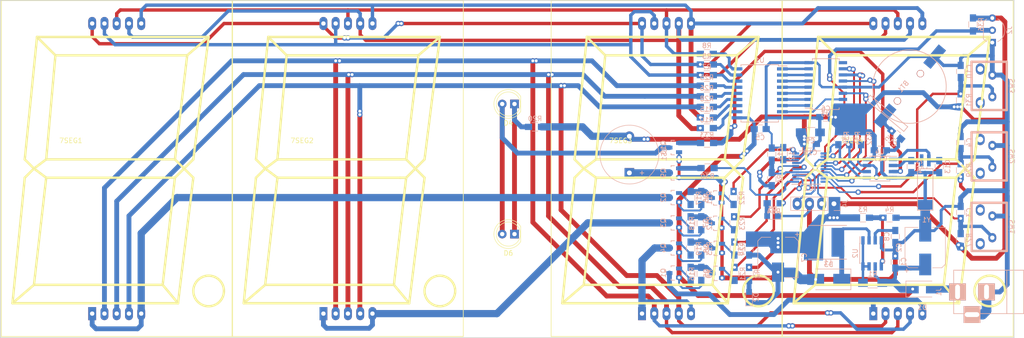
<source format=kicad_pcb>
(kicad_pcb (version 4) (host pcbnew 4.0.6)
  (title_block (title RTC-Clock) (date 2018-01-04) (rev nhantt) (company nhantt))
  (layers (0 F.Cu signal) (31 B.Cu signal) (34 B.Paste user hide) (35 F.Paste user hide) (36 B.SilkS user hide) (37 F.SilkS user hide) (38 B.Mask user) (39 F.Mask user) (44 Edge.Cuts user))
  (net 0 "")
  (net 1 "Net-(BT1-Pad1)")
  (net 2 GND)
  (net 3 +12V)
  (net 4 /bt2)
  (net 5 /bt1)
  (net 6 +5V)
  (net 7 "Net-(C8-Pad1)")
  (net 8 /bt3)
  (net 9 /NRST)
  (net 10 "Net-(C12-Pad1)")
  (net 11 "Net-(C13-Pad2)")
  (net 12 "Net-(C14-Pad2)")
  (net 13 VIN)
  (net 14 "Net-(D2-Pad2)")
  (net 15 "Net-(D3-Pad1)")
  (net 16 "Net-(D5-Pad2)")
  (net 17 "Net-(IC1-Pad1)")
  (net 18 /l1)
  (net 19 /l2)
  (net 20 /l3)
  (net 21 /SDA)
  (net 22 /SCL)
  (net 23 /l4)
  (net 24 /clr)
  (net 25 /clk)
  (net 26 /data)
  (net 27 /latch)
  (net 28 /SWIM)
  (net 29 /led4)
  (net 30 "Net-(Q1-Pad1)")
  (net 31 /led1)
  (net 32 "Net-(Q2-Pad1)")
  (net 33 /led2)
  (net 34 "Net-(Q3-Pad1)")
  (net 35 /led3)
  (net 36 "Net-(Q4-Pad1)")
  (net 37 "Net-(Q5-Pad1)")
  (net 38 "Net-(Q5-Pad3)")
  (net 39 "Net-(Q6-Pad1)")
  (net 40 "Net-(Q6-Pad3)")
  (net 41 "Net-(Q7-Pad1)")
  (net 42 "Net-(Q7-Pad3)")
  (net 43 "Net-(Q8-Pad1)")
  (net 44 "Net-(Q8-Pad3)")
  (net 45 "Net-(Q9-Pad1)")
  (net 46 "Net-(LS1-Pad1)")
  (net 47 "Net-(Q10-Pad1)")
  (net 48 /dot)
  (net 49 "Net-(R1-Pad2)")
  (net 50 "Net-(R3-Pad1)")
  (net 51 /G)
  (net 52 "Net-(7SEG1-Pad10)")
  (net 53 /F)
  (net 54 "Net-(7SEG1-Pad9)")
  (net 55 /DP)
  (net 56 "Net-(7SEG1-Pad8)")
  (net 57 /A)
  (net 58 "Net-(7SEG1-Pad7)")
  (net 59 /B)
  (net 60 "Net-(7SEG1-Pad6)")
  (net 61 /E)
  (net 62 "Net-(7SEG1-Pad2)")
  (net 63 /D)
  (net 64 "Net-(7SEG1-Pad3)")
  (net 65 /C)
  (net 66 "Net-(7SEG1-Pad4)")
  (net 67 "Net-(R32-Pad1)")
  (net 68 "Net-(U3-Pad9)")
  (net 69 /ds18b20)
  (net 70 "Net-(D4-Pad1)")
  (net 71 /QH)
  (net 72 /QG)
  (net 73 /QF)
  (net 74 /QE)
  (net 75 /QD)
  (net 76 /QC)
  (net 77 /QB)
  (net 78 /QA)
  (module nhantt-kicad-lib:LED-7SEG-23101BX (layer F.Cu) (at 64.08 84.9)
    (fp_text reference 7SEG1 (at -9.5 -5.8) (layer F.SilkS))
    (fp_text value LED7SEG_A)
    (pad 1 thru_hole rect (at -5.08 30.1) (size 1.624 2.724) (drill 0.9) (layers *.Cu *.Mask) (net 31 /led1))
    (pad 2 thru_hole oval (at -2.54 30.1) (size 1.624 2.724) (drill 0.9) (layers *.Cu *.Mask) (net 62 "Net-(7SEG1-Pad2)"))
    (pad 3 thru_hole oval (at 0 30.1) (size 1.624 2.724) (drill 0.9) (layers *.Cu *.Mask) (net 64 "Net-(7SEG1-Pad3)"))
    (pad 4 thru_hole oval (at 2.54 30.1) (size 1.624 2.724) (drill 0.9) (layers *.Cu *.Mask) (net 66 "Net-(7SEG1-Pad4)"))
    (pad 5 thru_hole oval (at 5.08 30.1) (size 1.624 2.724) (drill 0.9) (layers *.Cu *.Mask) (net 31 /led1))
    (pad 6 thru_hole oval (at 5.08 -30.1) (size 1.624 2.724) (drill 0.9) (layers *.Cu *.Mask) (net 60 "Net-(7SEG1-Pad6)"))
    (pad 7 thru_hole oval (at 2.54 -30.1) (size 1.624 2.724) (drill 0.9) (layers *.Cu *.Mask) (net 58 "Net-(7SEG1-Pad7)"))
    (pad 8 thru_hole oval (at 0 -30.1) (size 1.624 2.724) (drill 0.9) (layers *.Cu *.Mask) (net 56 "Net-(7SEG1-Pad8)"))
    (pad 9 thru_hole oval (at -2.54 -30.1) (size 1.624 2.724) (drill 0.9) (layers *.Cu *.Mask) (net 54 "Net-(7SEG1-Pad9)"))
    (pad 10 thru_hole oval (at -5.08 -30.1) (size 1.624 2.724) (drill 0.9) (layers *.Cu *.Mask) (net 52 "Net-(7SEG1-Pad10)"))
  )
  (module nhantt-kicad-lib:LED-7SEG-23101BX (layer F.Cu) (at 111.99 84.9)
    (fp_text reference 7SEG2 (at -9.5 -5.8) (layer F.SilkS))
    (fp_text value LED7SEG_A)
    (pad 1 thru_hole rect (at -5.08 30.1) (size 1.624 2.724) (drill 0.9) (layers *.Cu *.Mask) (net 33 /led2))
    (pad 2 thru_hole oval (at -2.54 30.1) (size 1.624 2.724) (drill 0.9) (layers *.Cu *.Mask) (net 62 "Net-(7SEG1-Pad2)"))
    (pad 3 thru_hole oval (at 0 30.1) (size 1.624 2.724) (drill 0.9) (layers *.Cu *.Mask) (net 64 "Net-(7SEG1-Pad3)"))
    (pad 4 thru_hole oval (at 2.54 30.1) (size 1.624 2.724) (drill 0.9) (layers *.Cu *.Mask) (net 66 "Net-(7SEG1-Pad4)"))
    (pad 5 thru_hole oval (at 5.08 30.1) (size 1.624 2.724) (drill 0.9) (layers *.Cu *.Mask) (net 33 /led2))
    (pad 6 thru_hole oval (at 5.08 -30.1) (size 1.624 2.724) (drill 0.9) (layers *.Cu *.Mask) (net 60 "Net-(7SEG1-Pad6)"))
    (pad 7 thru_hole oval (at 2.54 -30.1) (size 1.624 2.724) (drill 0.9) (layers *.Cu *.Mask) (net 58 "Net-(7SEG1-Pad7)"))
    (pad 8 thru_hole oval (at 0 -30.1) (size 1.624 2.724) (drill 0.9) (layers *.Cu *.Mask) (net 56 "Net-(7SEG1-Pad8)"))
    (pad 9 thru_hole oval (at -2.54 -30.1) (size 1.624 2.724) (drill 0.9) (layers *.Cu *.Mask) (net 54 "Net-(7SEG1-Pad9)"))
    (pad 10 thru_hole oval (at -5.08 -30.1) (size 1.624 2.724) (drill 0.9) (layers *.Cu *.Mask) (net 52 "Net-(7SEG1-Pad10)"))
  )
  (module nhantt-kicad-lib:LED-7SEG-23101BX (layer F.Cu) (at 178 84.9)
    (fp_text reference 7SEG3 (at -9.5 -5.8) (layer F.SilkS))
    (fp_text value LED7SEG_A)
    (pad 1 thru_hole rect (at -5.08 30.1) (size 1.624 2.724) (drill 0.9) (layers *.Cu *.Mask) (net 35 /led3))
    (pad 2 thru_hole oval (at -2.54 30.1) (size 1.624 2.724) (drill 0.9) (layers *.Cu *.Mask) (net 62 "Net-(7SEG1-Pad2)"))
    (pad 3 thru_hole oval (at 0 30.1) (size 1.624 2.724) (drill 0.9) (layers *.Cu *.Mask) (net 64 "Net-(7SEG1-Pad3)"))
    (pad 4 thru_hole oval (at 2.54 30.1) (size 1.624 2.724) (drill 0.9) (layers *.Cu *.Mask) (net 66 "Net-(7SEG1-Pad4)"))
    (pad 5 thru_hole oval (at 5.08 30.1) (size 1.624 2.724) (drill 0.9) (layers *.Cu *.Mask) (net 35 /led3))
    (pad 6 thru_hole oval (at 5.08 -30.1) (size 1.624 2.724) (drill 0.9) (layers *.Cu *.Mask) (net 60 "Net-(7SEG1-Pad6)"))
    (pad 7 thru_hole oval (at 2.54 -30.1) (size 1.624 2.724) (drill 0.9) (layers *.Cu *.Mask) (net 58 "Net-(7SEG1-Pad7)"))
    (pad 8 thru_hole oval (at 0 -30.1) (size 1.624 2.724) (drill 0.9) (layers *.Cu *.Mask) (net 56 "Net-(7SEG1-Pad8)"))
    (pad 9 thru_hole oval (at -2.54 -30.1) (size 1.624 2.724) (drill 0.9) (layers *.Cu *.Mask) (net 54 "Net-(7SEG1-Pad9)"))
    (pad 10 thru_hole oval (at -5.08 -30.1) (size 1.624 2.724) (drill 0.9) (layers *.Cu *.Mask) (net 52 "Net-(7SEG1-Pad10)"))
  )
  (module nhantt-kicad-lib:LED-7SEG-23101BX (layer F.Cu) (at 225.92 84.9)
    (fp_text reference 7SEG4 (at -9.5 -5.8) (layer F.SilkS))
    (fp_text value LED7SEG_A)
    (pad 1 thru_hole rect (at -5.08 30.1) (size 1.624 2.724) (drill 0.9) (layers *.Cu *.Mask) (net 29 /led4))
    (pad 2 thru_hole oval (at -2.54 30.1) (size 1.624 2.724) (drill 0.9) (layers *.Cu *.Mask) (net 62 "Net-(7SEG1-Pad2)"))
    (pad 3 thru_hole oval (at 0 30.1) (size 1.624 2.724) (drill 0.9) (layers *.Cu *.Mask) (net 64 "Net-(7SEG1-Pad3)"))
    (pad 4 thru_hole oval (at 2.54 30.1) (size 1.624 2.724) (drill 0.9) (layers *.Cu *.Mask) (net 66 "Net-(7SEG1-Pad4)"))
    (pad 5 thru_hole oval (at 5.08 30.1) (size 1.624 2.724) (drill 0.9) (layers *.Cu *.Mask) (net 29 /led4))
    (pad 6 thru_hole oval (at 5.08 -30.1) (size 1.624 2.724) (drill 0.9) (layers *.Cu *.Mask) (net 60 "Net-(7SEG1-Pad6)"))
    (pad 7 thru_hole oval (at 2.54 -30.1) (size 1.624 2.724) (drill 0.9) (layers *.Cu *.Mask) (net 58 "Net-(7SEG1-Pad7)"))
    (pad 8 thru_hole oval (at 0 -30.1) (size 1.624 2.724) (drill 0.9) (layers *.Cu *.Mask) (net 56 "Net-(7SEG1-Pad8)"))
    (pad 9 thru_hole oval (at -2.54 -30.1) (size 1.624 2.724) (drill 0.9) (layers *.Cu *.Mask) (net 54 "Net-(7SEG1-Pad9)"))
    (pad 10 thru_hole oval (at -5.08 -30.1) (size 1.624 2.724) (drill 0.9) (layers *.Cu *.Mask) (net 52 "Net-(7SEG1-Pad10)"))
  )
  (module nhantt-kicad-lib:BT3V3 (layer B.Cu) (at 223.272221 73.932907 50)
    (fp_text reference BT1 (at 7.0612 -0.9906 50) (layer B.SilkS) (effects (justify mirror)))
    (fp_text value 3V3)
    (pad 1 smd rect (at 0 0 50) (size 5 2) (layers B.Cu B.Paste B.Mask) (net 1 "Net-(BT1-Pad1)"))
    (pad 2 smd rect (at 16 0 50) (size 5 2) (layers B.Cu B.Paste B.Mask) (net 2 GND))
    (pad 3 thru_hole circle (at 4 0 50) (size 1.524 1.524) (drill 1.2) (layers *.Cu *.Mask B.SilkS))
    (pad 3 thru_hole circle (at 11.4 0 50) (size 1.524 1.524) (drill 1.2) (layers *.Cu *.Mask B.SilkS))
  )
  (module Capacitors_SMD:C_0805_HandSoldering (layer B.Cu) (at 225.4 104.3 90)
    (fp_text reference C1 (at 0 1.75 90) (layer B.SilkS) (effects (justify mirror)))
    (fp_text value 100nF)
    (pad 1 smd rect (at -1.25 0 90) (size 1.5 1.25) (layers B.Cu B.Paste B.Mask) (net 3 +12V))
    (pad 2 smd rect (at 1.25 0 90) (size 1.5 1.25) (layers B.Cu B.Paste B.Mask) (net 2 GND))
  )
  (module nhantt-kicad-lib:CP_Elec_8x10.5 (layer B.Cu) (at 231.6 101.3 90)
    (fp_text reference C2 (at 0 -5.45 90) (layer B.SilkS) (effects (justify mirror)))
    (fp_text value 100uF)
    (fp_text user + (at -4.78 -3.91 90) (layer B.SilkS) (effects (justify mirror)))
    (pad 1 smd rect (at -3.5 0 270) (size 4.5 2.5) (layers B.Cu B.Paste B.Mask) (net 3 +12V))
    (pad 2 smd rect (at 3.5 0 270) (size 4.5 2.5) (layers B.Cu B.Paste B.Mask) (net 2 GND))
  )
  (module Capacitors_SMD:C_0805_HandSoldering (layer B.Cu) (at 238.95 94 90)
    (fp_text reference C3 (at 0 1.75 90) (layer B.SilkS) (effects (justify mirror)))
    (fp_text value 100nF)
    (pad 1 smd rect (at -1.25 0 90) (size 1.5 1.25) (layers B.Cu B.Paste B.Mask) (net 4 /bt2))
    (pad 2 smd rect (at 1.25 0 90) (size 1.5 1.25) (layers B.Cu B.Paste B.Mask) (net 2 GND))
  )
  (module Capacitors_SMD:C_0805_HandSoldering (layer B.Cu) (at 238.95 79.5 90)
    (fp_text reference C4 (at 0 1.75 90) (layer B.SilkS) (effects (justify mirror)))
    (fp_text value 100nF)
    (pad 1 smd rect (at -1.25 0 90) (size 1.5 1.25) (layers B.Cu B.Paste B.Mask) (net 5 /bt1))
    (pad 2 smd rect (at 1.25 0 90) (size 1.5 1.25) (layers B.Cu B.Paste B.Mask) (net 2 GND))
  )
  (module Capacitors_SMD:C_0805_HandSoldering (layer B.Cu) (at 197.4 76.7)
    (fp_text reference C5 (at 0 1.75) (layer B.SilkS) (effects (justify mirror)))
    (fp_text value 100nF)
    (pad 1 smd rect (at -1.25 0) (size 1.5 1.25) (layers B.Cu B.Paste B.Mask) (net 3 +12V))
    (pad 2 smd rect (at 1.25 0) (size 1.5 1.25) (layers B.Cu B.Paste B.Mask) (net 2 GND))
  )
  (module Capacitors_SMD:C_0805_HandSoldering (layer B.Cu) (at 211 74.2 180)
    (fp_text reference C6 (at 0 1.75 180) (layer B.SilkS) (effects (justify mirror)))
    (fp_text value 100nF)
    (pad 1 smd rect (at -1.25 0 180) (size 1.5 1.25) (layers B.Cu B.Paste B.Mask) (net 6 +5V))
    (pad 2 smd rect (at 1.25 0 180) (size 1.5 1.25) (layers B.Cu B.Paste B.Mask) (net 2 GND))
  )
  (module nhantt-kicad-lib:CP_Elec_8x10 (layer B.Cu) (at 201.1 103.35 270)
    (fp_text reference C7 (at 0 -5.45 270) (layer B.SilkS) (effects (justify mirror)))
    (fp_text value 100uF)
    (fp_text user + (at -4.78 -3.9 270) (layer B.SilkS) (effects (justify mirror)))
    (pad 1 smd rect (at -3.05 0 90) (size 4 2.5) (layers B.Cu B.Paste B.Mask) (net 6 +5V))
    (pad 2 smd rect (at 3.05 0 90) (size 4 2.5) (layers B.Cu B.Paste B.Mask) (net 2 GND))
  )
  (module Capacitors_SMD:C_0805_HandSoldering (layer B.Cu) (at 225.4 99 270)
    (fp_text reference C8 (at 0 1.75 270) (layer B.SilkS) (effects (justify mirror)))
    (fp_text value 33p)
    (pad 1 smd rect (at -1.25 0 270) (size 1.5 1.25) (layers B.Cu B.Paste B.Mask) (net 7 "Net-(C8-Pad1)"))
    (pad 2 smd rect (at 1.25 0 270) (size 1.5 1.25) (layers B.Cu B.Paste B.Mask) (net 2 GND))
  )
  (module Capacitors_SMD:C_1206_HandSoldering (layer B.Cu) (at 207.8 77.4)
    (fp_text reference C9 (at 0 1.75) (layer B.SilkS) (effects (justify mirror)))
    (fp_text value 10uF)
    (pad 1 smd rect (at -2 0) (size 2 1.6) (layers B.Cu B.Paste B.Mask) (net 6 +5V))
    (pad 2 smd rect (at 2 0) (size 2 1.6) (layers B.Cu B.Paste B.Mask) (net 2 GND))
  )
  (module Capacitors_SMD:C_0805_HandSoldering (layer B.Cu) (at 238.95 64.75 90)
    (fp_text reference C10 (at 0 1.75 90) (layer B.SilkS) (effects (justify mirror)))
    (fp_text value 100nF)
    (pad 1 smd rect (at -1.25 0 90) (size 1.5 1.25) (layers B.Cu B.Paste B.Mask) (net 8 /bt3))
    (pad 2 smd rect (at 1.25 0 90) (size 1.5 1.25) (layers B.Cu B.Paste B.Mask) (net 2 GND))
  )
  (module Capacitors_SMD:C_0805_HandSoldering (layer B.Cu) (at 199.8 81.9 90)
    (fp_text reference C11 (at 0 1.75 90) (layer B.SilkS) (effects (justify mirror)))
    (fp_text value 100nF)
    (pad 1 smd rect (at -1.25 0 90) (size 1.5 1.25) (layers B.Cu B.Paste B.Mask) (net 9 /NRST))
    (pad 2 smd rect (at 1.25 0 90) (size 1.5 1.25) (layers B.Cu B.Paste B.Mask) (net 2 GND))
  )
  (module Capacitors_SMD:C_0805_HandSoldering (layer B.Cu) (at 202.2 81.8 90)
    (fp_text reference C12 (at 0 1.75 90) (layer B.SilkS) (effects (justify mirror)))
    (fp_text value 1uF)
    (pad 1 smd rect (at -1.25 0 90) (size 1.5 1.25) (layers B.Cu B.Paste B.Mask) (net 10 "Net-(C12-Pad1)"))
    (pad 2 smd rect (at 1.25 0 90) (size 1.5 1.25) (layers B.Cu B.Paste B.Mask) (net 2 GND))
  )
  (module Capacitors_SMD:C_0805_HandSoldering (layer B.Cu) (at 234.5 84.5 90)
    (fp_text reference C13 (at 0 1.75 90) (layer B.SilkS) (effects (justify mirror)))
    (fp_text value 22pF)
    (pad 1 smd rect (at -1.25 0 90) (size 1.5 1.25) (layers B.Cu B.Paste B.Mask) (net 2 GND))
    (pad 2 smd rect (at 1.25 0 90) (size 1.5 1.25) (layers B.Cu B.Paste B.Mask) (net 11 "Net-(C13-Pad2)"))
  )
  (module Capacitors_SMD:C_0805_HandSoldering (layer B.Cu) (at 228.7 84.5 90)
    (fp_text reference C14 (at 0 1.75 90) (layer B.SilkS) (effects (justify mirror)))
    (fp_text value 22pF)
    (pad 1 smd rect (at -1.25 0 90) (size 1.5 1.25) (layers B.Cu B.Paste B.Mask) (net 2 GND))
    (pad 2 smd rect (at 1.25 0 90) (size 1.5 1.25) (layers B.Cu B.Paste B.Mask) (net 12 "Net-(C14-Pad2)"))
  )
  (module Capacitors_SMD:C_0805_HandSoldering (layer B.Cu) (at 225.6 77.896515 320)
    (fp_text reference C15 (at 0 1.75 320) (layer B.SilkS) (effects (justify mirror)))
    (fp_text value 100nF)
    (pad 1 smd rect (at -1.25 0 320) (size 1.5 1.25) (layers B.Cu B.Paste B.Mask) (net 1 "Net-(BT1-Pad1)"))
    (pad 2 smd rect (at 1.25 0 320) (size 1.5 1.25) (layers B.Cu B.Paste B.Mask) (net 2 GND))
  )
  (module Capacitors_SMD:C_0805_HandSoldering (layer B.Cu) (at 207.8 79.8)
    (fp_text reference C16 (at 0 1.75) (layer B.SilkS) (effects (justify mirror)))
    (fp_text value 100nF)
    (pad 1 smd rect (at -1.25 0) (size 1.5 1.25) (layers B.Cu B.Paste B.Mask) (net 6 +5V))
    (pad 2 smd rect (at 1.25 0) (size 1.5 1.25) (layers B.Cu B.Paste B.Mask) (net 2 GND))
  )
  (module Capacitors_SMD:C_0805_HandSoldering (layer B.Cu) (at 222.3 81.1)
    (fp_text reference C17 (at 0 1.75) (layer B.SilkS) (effects (justify mirror)))
    (fp_text value 100nF)
    (pad 1 smd rect (at -1.25 0) (size 1.5 1.25) (layers B.Cu B.Paste B.Mask) (net 6 +5V))
    (pad 2 smd rect (at 1.25 0) (size 1.5 1.25) (layers B.Cu B.Paste B.Mask) (net 2 GND))
  )
  (module nhantt-kicad-lib:D_SMA_Standard (layer B.Cu) (at 231 109.9)
    (fp_text reference D1 (at 0 3.81) (layer B.SilkS) (effects (justify mirror)))
    (fp_text value D_ALT)
    (pad 1 smd rect (at -2 0) (size 2.5 1.8) (layers B.Cu B.Paste B.Mask) (net 3 +12V))
    (pad 2 smd rect (at 2 0) (size 2.5 1.8) (layers B.Cu B.Paste B.Mask) (net 13 VIN))
  )
  (module LEDs:LED_0805 (layer B.Cu) (at 195.1 111.6 90)
    (fp_text reference D2 (at 0 1.45 90) (layer B.SilkS) (effects (justify mirror)))
    (fp_text value LED)
    (pad 2 smd rect (at 1.1 0 270) (size 1.2 1.2) (layers B.Cu B.Paste B.Mask) (net 14 "Net-(D2-Pad2)"))
    (pad 1 smd rect (at -1.1 0 270) (size 1.2 1.2) (layers B.Cu B.Paste B.Mask) (net 2 GND))
  )
  (module nhantt-kicad-lib:D_SMB_Handsoldering (layer B.Cu) (at 211.6 107.9 180)
    (fp_text reference D3 (at 0 3.1 180) (layer B.SilkS) (effects (justify mirror)))
    (fp_text value D_Schottky)
    (pad 1 smd rect (at -2.7 0 180) (size 3.5 2.3) (layers B.Cu B.Paste B.Mask) (net 15 "Net-(D3-Pad1)"))
    (pad 2 smd rect (at 2.7 0 180) (size 3.5 2.3) (layers B.Cu B.Paste B.Mask) (net 2 GND))
  )
  (module LEDs:LED_D5.0mm (layer F.Cu) (at 146.5 71.5 180)
    (fp_text reference D4 (at 1.27 -3.96 180) (layer F.SilkS))
    (fp_text value LED-5mm)
    (pad 1 thru_hole rect (at 0 0 180) (size 1.8 1.8) (drill 0.9) (layers *.Cu *.Mask) (net 70 "Net-(D4-Pad1)"))
    (pad 2 thru_hole circle (at 2.54 0 180) (size 1.8 1.8) (drill 0.9) (layers *.Cu *.Mask) (net 48 /dot))
  )
  (module LEDs:LED_0805 (layer B.Cu) (at 199.95 94.75 180)
    (fp_text reference D5 (at 0 1.45 180) (layer B.SilkS) (effects (justify mirror)))
    (fp_text value LED)
    (pad 2 smd rect (at 1.1 0) (size 1.2 1.2) (layers B.Cu B.Paste B.Mask) (net 16 "Net-(D5-Pad2)"))
    (pad 1 smd rect (at -1.1 0) (size 1.2 1.2) (layers B.Cu B.Paste B.Mask) (net 2 GND))
  )
  (module LEDs:LED_D5.0mm (layer F.Cu) (at 146.5 98.5 180)
    (fp_text reference D6 (at 1.27 -3.96 180) (layer F.SilkS))
    (fp_text value LED-5mm)
    (pad 1 thru_hole rect (at 0 0 180) (size 1.8 1.8) (drill 0.9) (layers *.Cu *.Mask) (net 70 "Net-(D4-Pad1)"))
    (pad 2 thru_hole circle (at 2.54 0 180) (size 1.8 1.8) (drill 0.9) (layers *.Cu *.Mask) (net 48 /dot))
  )
  (module nhantt-kicad-lib:TSSOP-20_4.4x6.5mm_Pitch0.65mm (layer B.Cu) (at 207.7 84.7)
    (fp_text reference IC1 (at 0 4.3) (layer B.SilkS) (effects (justify mirror)))
    (fp_text value STM8S003F3P)
    (pad 1 smd rect (at -2.95 2.925) (size 1.45 0.45) (layers B.Cu B.Paste B.Mask) (net 17 "Net-(IC1-Pad1)"))
    (pad 2 smd rect (at -2.95 2.275) (size 1.45 0.45) (layers B.Cu B.Paste B.Mask) (net 69 /ds18b20))
    (pad 3 smd rect (at -2.95 1.625) (size 1.45 0.45) (layers B.Cu B.Paste B.Mask) (net 4 /bt2))
    (pad 4 smd rect (at -2.95 0.975) (size 1.45 0.45) (layers B.Cu B.Paste B.Mask) (net 9 /NRST))
    (pad 5 smd rect (at -2.95 0.325) (size 1.45 0.45) (layers B.Cu B.Paste B.Mask) (net 20 /l3))
    (pad 6 smd rect (at -2.95 -0.325) (size 1.45 0.45) (layers B.Cu B.Paste B.Mask) (net 19 /l2))
    (pad 7 smd rect (at -2.95 -0.975) (size 1.45 0.45) (layers B.Cu B.Paste B.Mask) (net 2 GND))
    (pad 8 smd rect (at -2.95 -1.625) (size 1.45 0.45) (layers B.Cu B.Paste B.Mask) (net 10 "Net-(C12-Pad1)"))
    (pad 9 smd rect (at -2.95 -2.275) (size 1.45 0.45) (layers B.Cu B.Paste B.Mask) (net 6 +5V))
    (pad 10 smd rect (at -2.95 -2.925) (size 1.45 0.45) (layers B.Cu B.Paste B.Mask) (net 18 /l1))
    (pad 11 smd rect (at 2.95 -2.925) (size 1.45 0.45) (layers B.Cu B.Paste B.Mask) (net 21 /SDA))
    (pad 12 smd rect (at 2.95 -2.275) (size 1.45 0.45) (layers B.Cu B.Paste B.Mask) (net 22 /SCL))
    (pad 13 smd rect (at 2.95 -1.625) (size 1.45 0.45) (layers B.Cu B.Paste B.Mask) (net 23 /l4))
    (pad 14 smd rect (at 2.95 -0.975) (size 1.45 0.45) (layers B.Cu B.Paste B.Mask) (net 24 /clr))
    (pad 15 smd rect (at 2.95 -0.325) (size 1.45 0.45) (layers B.Cu B.Paste B.Mask) (net 25 /clk))
    (pad 16 smd rect (at 2.95 0.325) (size 1.45 0.45) (layers B.Cu B.Paste B.Mask) (net 26 /data))
    (pad 17 smd rect (at 2.95 0.975) (size 1.45 0.45) (layers B.Cu B.Paste B.Mask) (net 27 /latch))
    (pad 18 smd rect (at 2.95 1.625) (size 1.45 0.45) (layers B.Cu B.Paste B.Mask) (net 28 /SWIM))
    (pad 19 smd rect (at 2.95 2.275) (size 1.45 0.45) (layers B.Cu B.Paste B.Mask) (net 8 /bt3))
    (pad 20 smd rect (at 2.95 2.925) (size 1.45 0.45) (layers B.Cu B.Paste B.Mask) (net 5 /bt1))
  )
  (module nhantt-kicad-lib:JACK_DC (layer B.Cu) (at 244.5 110.5 180)
    (fp_text reference J1 (at 10.09904 0 450) (layer B.SilkS) (effects (justify mirror)))
    (fp_text value BARREL_JACK)
    (pad 1 thru_hole rect (at 6.20014 0 180) (size 3.50012 3.50012) (drill oval 1.00076 2.99974) (layers *.Cu *.Mask B.SilkS) (net 13 VIN))
    (pad 2 thru_hole rect (at 0.20066 0 180) (size 3.50012 3.50012) (drill oval 1.00076 2.99974) (layers *.Cu *.Mask B.SilkS) (net 2 GND))
    (pad 3 thru_hole rect (at 3.2004 -4.699 180) (size 3.50012 3.50012) (drill oval 2.99974 1.00076) (layers *.Cu *.Mask B.SilkS) (net 2 GND))
  )
  (module TO_SOT_Packages_THT:TO-92_Inline_Wide (layer B.Cu) (at 245.5 58.75 90)
    (fp_text reference J2 (at 2.54 3.56 270) (layer B.SilkS) (effects (justify mirror)))
    (fp_text value DS18B20)
    (pad 2 thru_hole circle (at 2.54 0) (size 1.52 1.52) (drill 0.8) (layers *.Cu *.Mask) (net 69 /ds18b20))
    (pad 3 thru_hole circle (at 5.08 0) (size 1.52 1.52) (drill 0.8) (layers *.Cu *.Mask) (net 6 +5V))
    (pad 1 thru_hole rect (at 0 0) (size 1.52 1.52) (drill 0.8) (layers *.Cu *.Mask) (net 2 GND))
  )
  (module nhantt-kicad-lib:Inductor_5.2x5.8x4.5 (layer B.Cu) (at 211.3 100.2)
    (fp_text reference L1 (at 0.1 4.2) (layer B.SilkS) (effects (justify mirror)))
    (fp_text value L)
    (pad 1 smd rect (at -2.2 0) (size 2.624 6) (layers B.Cu B.Paste B.Mask) (net 6 +5V))
    (pad 2 smd rect (at 2.2 0) (size 2.624 6) (layers B.Cu B.Paste B.Mask) (net 15 "Net-(D3-Pad1)"))
  )
  (module Buzzers_Beepers:Buzzer_12x9.5RM7.6 (layer B.Cu) (at 170.3 85.8 90)
    (fp_text reference LS1 (at 3.8 7.2 90) (layer B.SilkS) (effects (justify mirror)))
    (fp_text value Speaker)
    (fp_text user + (at -0.01 2.54 90) (layer B.SilkS) (effects (justify mirror)))
    (pad 1 thru_hole rect (at 0 0 90) (size 2 2) (drill 1) (layers *.Cu *.Mask) (net 46 "Net-(LS1-Pad1)"))
    (pad 2 thru_hole circle (at 7.6 0 90) (size 2 2) (drill 1) (layers *.Cu *.Mask) (net 6 +5V))
  )
  (module nhantt-kicad-lib:SOT-23 (layer B.Cu) (at 188.49924 106.65 270)
    (fp_text reference Q5 (at 0 2.25 270) (layer B.SilkS) (effects (justify mirror)))
    (fp_text value C1815)
    (pad 1 smd rect (at -0.95 -1.00076 270) (size 0.8001 1.254) (layers B.Cu B.Paste B.Mask) (net 37 "Net-(Q5-Pad1)"))
    (pad 2 smd rect (at 0.95 -1.00076 270) (size 0.8001 1.254) (layers B.Cu B.Paste B.Mask) (net 2 GND))
    (pad 3 smd rect (at 0 1 270) (size 0.8001 1.254) (layers B.Cu B.Paste B.Mask) (net 38 "Net-(Q5-Pad3)"))
  )
  (module nhantt-kicad-lib:SOT-23 (layer B.Cu) (at 188.4 91 270)
    (fp_text reference Q6 (at 0 2.25 270) (layer B.SilkS) (effects (justify mirror)))
    (fp_text value C1815)
    (pad 1 smd rect (at -0.95 -1.00076 270) (size 0.8001 1.254) (layers B.Cu B.Paste B.Mask) (net 39 "Net-(Q6-Pad1)"))
    (pad 2 smd rect (at 0.95 -1.00076 270) (size 0.8001 1.254) (layers B.Cu B.Paste B.Mask) (net 2 GND))
    (pad 3 smd rect (at 0 1 270) (size 0.8001 1.254) (layers B.Cu B.Paste B.Mask) (net 40 "Net-(Q6-Pad3)"))
  )
  (module nhantt-kicad-lib:SOT-23 (layer B.Cu) (at 188.39924 96.25 270)
    (fp_text reference Q7 (at 0 2.25 270) (layer B.SilkS) (effects (justify mirror)))
    (fp_text value C1815)
    (pad 1 smd rect (at -0.95 -1.00076 270) (size 0.8001 1.254) (layers B.Cu B.Paste B.Mask) (net 41 "Net-(Q7-Pad1)"))
    (pad 2 smd rect (at 0.95 -1.00076 270) (size 0.8001 1.254) (layers B.Cu B.Paste B.Mask) (net 2 GND))
    (pad 3 smd rect (at 0 1 270) (size 0.8001 1.254) (layers B.Cu B.Paste B.Mask) (net 42 "Net-(Q7-Pad3)"))
  )
  (module nhantt-kicad-lib:SOT-23 (layer B.Cu) (at 188.49924 101.45 270)
    (fp_text reference Q8 (at 0 2.25 270) (layer B.SilkS) (effects (justify mirror)))
    (fp_text value C1815)
    (pad 1 smd rect (at -0.95 -1.00076 270) (size 0.8001 1.254) (layers B.Cu B.Paste B.Mask) (net 43 "Net-(Q8-Pad1)"))
    (pad 2 smd rect (at 0.95 -1.00076 270) (size 0.8001 1.254) (layers B.Cu B.Paste B.Mask) (net 2 GND))
    (pad 3 smd rect (at 0 1 270) (size 0.8001 1.254) (layers B.Cu B.Paste B.Mask) (net 44 "Net-(Q8-Pad3)"))
  )
  (module nhantt-kicad-lib:SOT-23 (layer B.Cu) (at 179.6 85.8 270)
    (fp_text reference Q9 (at 0 2.25 270) (layer B.SilkS) (effects (justify mirror)))
    (fp_text value C1815)
    (pad 1 smd rect (at -0.95 -1.00076 270) (size 0.8001 1.254) (layers B.Cu B.Paste B.Mask) (net 45 "Net-(Q9-Pad1)"))
    (pad 2 smd rect (at 0.95 -1.00076 270) (size 0.8001 1.254) (layers B.Cu B.Paste B.Mask) (net 2 GND))
    (pad 3 smd rect (at 0 1 270) (size 0.8001 1.254) (layers B.Cu B.Paste B.Mask) (net 46 "Net-(LS1-Pad1)"))
  )
  (module nhantt-kicad-lib:SOT-23 (layer B.Cu) (at 179.6 80.55 270)
    (fp_text reference Q10 (at 0 2.25 270) (layer B.SilkS) (effects (justify mirror)))
    (fp_text value C1815)
    (pad 1 smd rect (at -0.95 -1.00076 270) (size 0.8001 1.254) (layers B.Cu B.Paste B.Mask) (net 47 "Net-(Q10-Pad1)"))
    (pad 2 smd rect (at 0.95 -1.00076 270) (size 0.8001 1.254) (layers B.Cu B.Paste B.Mask) (net 2 GND))
    (pad 3 smd rect (at 0 1 270) (size 0.8001 1.254) (layers B.Cu B.Paste B.Mask) (net 48 /dot))
  )
  (module Resistors_SMD:R_1206_HandSoldering (layer B.Cu) (at 220.7 108.6 180)
    (fp_text reference R1 (at 0 1.85 180) (layer B.SilkS) (effects (justify mirror)))
    (fp_text value 0.15)
    (pad 1 smd rect (at -2 0 180) (size 2 1.7) (layers B.Cu B.Paste B.Mask) (net 3 +12V))
    (pad 2 smd rect (at 2 0 180) (size 2 1.7) (layers B.Cu B.Paste B.Mask) (net 49 "Net-(R1-Pad2)"))
  )
  (module Resistors_SMD:R_0805_HandSoldering (layer B.Cu) (at 195.1 106.75 90)
    (fp_text reference R2 (at 0 1.7 90) (layer B.SilkS) (effects (justify mirror)))
    (fp_text value 1k)
    (pad 1 smd rect (at -1.35 0 90) (size 1.5 1.3) (layers B.Cu B.Paste B.Mask) (net 14 "Net-(D2-Pad2)"))
    (pad 2 smd rect (at 1.35 0 90) (size 1.5 1.3) (layers B.Cu B.Paste B.Mask) (net 6 +5V))
  )
  (module Resistors_SMD:R_0805_HandSoldering (layer B.Cu) (at 218.7 95.1 180)
    (fp_text reference R3 (at 0 1.7 180) (layer B.SilkS) (effects (justify mirror)))
    (fp_text value 3k)
    (pad 1 smd rect (at -1.35 0 180) (size 1.5 1.3) (layers B.Cu B.Paste B.Mask) (net 50 "Net-(R3-Pad1)"))
    (pad 2 smd rect (at 1.35 0 180) (size 1.5 1.3) (layers B.Cu B.Paste B.Mask) (net 6 +5V))
  )
  (module Resistors_SMD:R_0805_HandSoldering (layer B.Cu) (at 224.2 95.1 180)
    (fp_text reference R4 (at 0 1.7 180) (layer B.SilkS) (effects (justify mirror)))
    (fp_text value 1k)
    (pad 1 smd rect (at -1.35 0 180) (size 1.5 1.3) (layers B.Cu B.Paste B.Mask) (net 2 GND))
    (pad 2 smd rect (at 1.35 0 180) (size 1.5 1.3) (layers B.Cu B.Paste B.Mask) (net 50 "Net-(R3-Pad1)"))
  )
  (module Resistors_SMD:R_0805_HandSoldering (layer B.Cu) (at 186.35 63.3 180)
    (fp_text reference R5 (at 0 1.7 180) (layer B.SilkS) (effects (justify mirror)))
    (fp_text value 1k)
    (pad 1 smd rect (at -1.35 0 180) (size 1.5 1.3) (layers B.Cu B.Paste B.Mask) (net 51 /G))
    (pad 2 smd rect (at 1.35 0 180) (size 1.5 1.3) (layers B.Cu B.Paste B.Mask) (net 52 "Net-(7SEG1-Pad10)"))
  )
  (module Resistors_SMD:R_0805_HandSoldering (layer B.Cu) (at 199.8 87.1 90)
    (fp_text reference R6 (at 0 1.7 90) (layer B.SilkS) (effects (justify mirror)))
    (fp_text value 10k)
    (pad 1 smd rect (at -1.35 0 90) (size 1.5 1.3) (layers B.Cu B.Paste B.Mask) (net 6 +5V))
    (pad 2 smd rect (at 1.35 0 90) (size 1.5 1.3) (layers B.Cu B.Paste B.Mask) (net 9 /NRST))
  )
  (module Resistors_SMD:R_0805_HandSoldering (layer B.Cu) (at 186.35 65.5 180)
    (fp_text reference R7 (at 0 1.7 180) (layer B.SilkS) (effects (justify mirror)))
    (fp_text value 220R)
    (pad 1 smd rect (at -1.35 0 180) (size 1.5 1.3) (layers B.Cu B.Paste B.Mask) (net 53 /F))
    (pad 2 smd rect (at 1.35 0 180) (size 1.5 1.3) (layers B.Cu B.Paste B.Mask) (net 54 "Net-(7SEG1-Pad9)"))
  )
  (module Resistors_SMD:R_0805_HandSoldering (layer B.Cu) (at 186.35 61.1 180)
    (fp_text reference R8 (at 0 1.7 180) (layer B.SilkS) (effects (justify mirror)))
    (fp_text value 220R)
    (pad 1 smd rect (at -1.35 0 180) (size 1.5 1.3) (layers B.Cu B.Paste B.Mask) (net 55 /DP))
    (pad 2 smd rect (at 1.35 0 180) (size 1.5 1.3) (layers B.Cu B.Paste B.Mask) (net 56 "Net-(7SEG1-Pad8)"))
  )
  (module Resistors_SMD:R_0805_HandSoldering (layer B.Cu) (at 185.2 106.75 90)
    (fp_text reference R9 (at 0 1.7 90) (layer B.SilkS) (effects (justify mirror)))
    (fp_text value 10k)
    (pad 1 smd rect (at -1.35 0 90) (size 1.5 1.3) (layers B.Cu B.Paste B.Mask) (net 3 +12V))
    (pad 2 smd rect (at 1.35 0 90) (size 1.5 1.3) (layers B.Cu B.Paste B.Mask) (net 38 "Net-(Q5-Pad3)"))
  )
  (module Resistors_SMD:R_0805_HandSoldering (layer B.Cu) (at 186.35 76.5 180)
    (fp_text reference R10 (at 0 1.7 180) (layer B.SilkS) (effects (justify mirror)))
    (fp_text value 220R)
    (pad 1 smd rect (at -1.35 0 180) (size 1.5 1.3) (layers B.Cu B.Paste B.Mask) (net 57 /A))
    (pad 2 smd rect (at 1.35 0 180) (size 1.5 1.3) (layers B.Cu B.Paste B.Mask) (net 58 "Net-(7SEG1-Pad7)"))
  )
  (module Resistors_SMD:R_0805_HandSoldering (layer B.Cu) (at 185.2 91 90)
    (fp_text reference R11 (at 0 1.7 90) (layer B.SilkS) (effects (justify mirror)))
    (fp_text value 10k)
    (pad 1 smd rect (at -1.35 0 90) (size 1.5 1.3) (layers B.Cu B.Paste B.Mask) (net 3 +12V))
    (pad 2 smd rect (at 1.35 0 90) (size 1.5 1.3) (layers B.Cu B.Paste B.Mask) (net 40 "Net-(Q6-Pad3)"))
  )
  (module Resistors_SMD:R_0805_HandSoldering (layer B.Cu) (at 185.2 96.25 90)
    (fp_text reference R12 (at 0 1.7 90) (layer B.SilkS) (effects (justify mirror)))
    (fp_text value 10k)
    (pad 1 smd rect (at -1.35 0 90) (size 1.5 1.3) (layers B.Cu B.Paste B.Mask) (net 3 +12V))
    (pad 2 smd rect (at 1.35 0 90) (size 1.5 1.3) (layers B.Cu B.Paste B.Mask) (net 42 "Net-(Q7-Pad3)"))
  )
  (module Resistors_SMD:R_0805_HandSoldering (layer B.Cu) (at 185.2 101.5 90)
    (fp_text reference R13 (at 0 1.7 90) (layer B.SilkS) (effects (justify mirror)))
    (fp_text value 10k)
    (pad 1 smd rect (at -1.35 0 90) (size 1.5 1.3) (layers B.Cu B.Paste B.Mask) (net 3 +12V))
    (pad 2 smd rect (at 1.35 0 90) (size 1.5 1.3) (layers B.Cu B.Paste B.Mask) (net 44 "Net-(Q8-Pad3)"))
  )
  (module Resistors_SMD:R_0805_HandSoldering (layer B.Cu) (at 200.2 92.1)
    (fp_text reference R14 (at 0 1.7) (layer B.SilkS) (effects (justify mirror)))
    (fp_text value 1k)
    (pad 1 smd rect (at -1.35 0) (size 1.5 1.3) (layers B.Cu B.Paste B.Mask) (net 16 "Net-(D5-Pad2)"))
    (pad 2 smd rect (at 1.35 0) (size 1.5 1.3) (layers B.Cu B.Paste B.Mask) (net 69 /ds18b20))
  )
  (module Resistors_SMD:R_0805_HandSoldering (layer B.Cu) (at 186.35 74.3 180)
    (fp_text reference R15 (at 0 1.7 180) (layer B.SilkS) (effects (justify mirror)))
    (fp_text value 220R)
    (pad 1 smd rect (at -1.35 0 180) (size 1.5 1.3) (layers B.Cu B.Paste B.Mask) (net 59 /B))
    (pad 2 smd rect (at 1.35 0 180) (size 1.5 1.3) (layers B.Cu B.Paste B.Mask) (net 60 "Net-(7SEG1-Pad6)"))
  )
  (module Resistors_SMD:R_0805_HandSoldering (layer B.Cu) (at 183 106.75 90)
    (fp_text reference R16 (at 0 0.25 90) (layer B.SilkS) (effects (justify mirror)))
    (fp_text value 2.2k)
    (pad 1 smd rect (at -1.35 0 90) (size 1.5 1.3) (layers B.Cu B.Paste B.Mask) (net 30 "Net-(Q1-Pad1)"))
    (pad 2 smd rect (at 1.35 0 90) (size 1.5 1.3) (layers B.Cu B.Paste B.Mask) (net 38 "Net-(Q5-Pad3)"))
  )
  (module Resistors_SMD:R_0805_HandSoldering (layer B.Cu) (at 183 91 90)
    (fp_text reference R17 (at 0 1.7 90) (layer B.SilkS) (effects (justify mirror)))
    (fp_text value 2.2k)
    (pad 1 smd rect (at -1.35 0 90) (size 1.5 1.3) (layers B.Cu B.Paste B.Mask) (net 32 "Net-(Q2-Pad1)"))
    (pad 2 smd rect (at 1.35 0 90) (size 1.5 1.3) (layers B.Cu B.Paste B.Mask) (net 40 "Net-(Q6-Pad3)"))
  )
  (module Resistors_SMD:R_0805_HandSoldering (layer B.Cu) (at 183 96.25 90)
    (fp_text reference R18 (at 0 0.25 90) (layer B.SilkS) (effects (justify mirror)))
    (fp_text value 2.2k)
    (pad 1 smd rect (at -1.35 0 90) (size 1.5 1.3) (layers B.Cu B.Paste B.Mask) (net 34 "Net-(Q3-Pad1)"))
    (pad 2 smd rect (at 1.35 0 90) (size 1.5 1.3) (layers B.Cu B.Paste B.Mask) (net 42 "Net-(Q7-Pad3)"))
  )
  (module Resistors_SMD:R_0805_HandSoldering (layer B.Cu) (at 183 101.5 90)
    (fp_text reference R19 (at 0 1.7 90) (layer B.SilkS) (effects (justify mirror)))
    (fp_text value 2.2k)
    (pad 1 smd rect (at -1.35 0 90) (size 1.5 1.3) (layers B.Cu B.Paste B.Mask) (net 36 "Net-(Q4-Pad1)"))
    (pad 2 smd rect (at 1.35 0 90) (size 1.5 1.3) (layers B.Cu B.Paste B.Mask) (net 44 "Net-(Q8-Pad3)"))
  )
  (module Resistors_SMD:R_0805_HandSoldering (layer B.Cu) (at 150.75 76.25 180)
    (fp_text reference R20 (at 0 1.7 180) (layer B.SilkS) (effects (justify mirror)))
    (fp_text value 220R)
    (pad 1 smd rect (at -1.35 0 180) (size 1.5 1.3) (layers B.Cu B.Paste B.Mask) (net 6 +5V))
    (pad 2 smd rect (at 1.35 0 180) (size 1.5 1.3) (layers B.Cu B.Paste B.Mask) (net 70 "Net-(D4-Pad1)"))
  )
  (module Resistors_SMD:R_0805_HandSoldering (layer B.Cu) (at 192.1 106.75 90)
    (fp_text reference R21 (at 0 1.7 90) (layer B.SilkS) (effects (justify mirror)))
    (fp_text value 2.2k)
    (pad 1 smd rect (at -1.35 0 90) (size 1.5 1.3) (layers B.Cu B.Paste B.Mask) (net 37 "Net-(Q5-Pad1)"))
    (pad 2 smd rect (at 1.35 0 90) (size 1.5 1.3) (layers B.Cu B.Paste B.Mask) (net 23 /l4))
  )
  (module Resistors_SMD:R_0805_HandSoldering (layer B.Cu) (at 191.9 91 90)
    (fp_text reference R22 (at 0 1.7 90) (layer B.SilkS) (effects (justify mirror)))
    (fp_text value 2.2k)
    (pad 1 smd rect (at -1.35 0 90) (size 1.5 1.3) (layers B.Cu B.Paste B.Mask) (net 39 "Net-(Q6-Pad1)"))
    (pad 2 smd rect (at 1.35 0 90) (size 1.5 1.3) (layers B.Cu B.Paste B.Mask) (net 18 /l1))
  )
  (module Resistors_SMD:R_0805_HandSoldering (layer B.Cu) (at 192 96.25 90)
    (fp_text reference R23 (at 0 1.7 90) (layer B.SilkS) (effects (justify mirror)))
    (fp_text value 2.2k)
    (pad 1 smd rect (at -1.35 0 90) (size 1.5 1.3) (layers B.Cu B.Paste B.Mask) (net 41 "Net-(Q7-Pad1)"))
    (pad 2 smd rect (at 1.35 0 90) (size 1.5 1.3) (layers B.Cu B.Paste B.Mask) (net 19 /l2))
  )
  (module Resistors_SMD:R_0805_HandSoldering (layer B.Cu) (at 192.05 101.5 90)
    (fp_text reference R24 (at 0 1.7 90) (layer B.SilkS) (effects (justify mirror)))
    (fp_text value 2.2k)
    (pad 1 smd rect (at -1.35 0 90) (size 1.5 1.3) (layers B.Cu B.Paste B.Mask) (net 43 "Net-(Q8-Pad1)"))
    (pad 2 smd rect (at 1.35 0 90) (size 1.5 1.3) (layers B.Cu B.Paste B.Mask) (net 20 /l3))
  )
  (module Resistors_SMD:R_0805_HandSoldering (layer B.Cu) (at 186.35 67.7 180)
    (fp_text reference R25 (at 0 1.7 180) (layer B.SilkS) (effects (justify mirror)))
    (fp_text value 220R)
    (pad 1 smd rect (at -1.35 0 180) (size 1.5 1.3) (layers B.Cu B.Paste B.Mask) (net 61 /E))
    (pad 2 smd rect (at 1.35 0 180) (size 1.5 1.3) (layers B.Cu B.Paste B.Mask) (net 62 "Net-(7SEG1-Pad2)"))
  )
  (module Resistors_SMD:R_0805_HandSoldering (layer B.Cu) (at 186.35 69.9 180)
    (fp_text reference R26 (at 0 1.7 180) (layer B.SilkS) (effects (justify mirror)))
    (fp_text value 220R)
    (pad 1 smd rect (at -1.35 0 180) (size 1.5 1.3) (layers B.Cu B.Paste B.Mask) (net 63 /D))
    (pad 2 smd rect (at 1.35 0 180) (size 1.5 1.3) (layers B.Cu B.Paste B.Mask) (net 64 "Net-(7SEG1-Pad3)"))
  )
  (module Resistors_SMD:R_0805_HandSoldering (layer B.Cu) (at 238.95 99.75 90)
    (fp_text reference R27 (at 0 1.7 90) (layer B.SilkS) (effects (justify mirror)))
    (fp_text value 10k)
    (pad 1 smd rect (at -1.35 0 90) (size 1.5 1.3) (layers B.Cu B.Paste B.Mask) (net 6 +5V))
    (pad 2 smd rect (at 1.35 0 90) (size 1.5 1.3) (layers B.Cu B.Paste B.Mask) (net 4 /bt2))
  )
  (module Resistors_SMD:R_0805_HandSoldering (layer B.Cu) (at 186.35 72.1 180)
    (fp_text reference R28 (at 0 1.7 180) (layer B.SilkS) (effects (justify mirror)))
    (fp_text value 220R)
    (pad 1 smd rect (at -1.35 0 180) (size 1.5 1.3) (layers B.Cu B.Paste B.Mask) (net 65 /C))
    (pad 2 smd rect (at 1.35 0 180) (size 1.5 1.3) (layers B.Cu B.Paste B.Mask) (net 66 "Net-(7SEG1-Pad4)"))
  )
  (module Resistors_SMD:R_0805_HandSoldering (layer B.Cu) (at 238.95 85.25 90)
    (fp_text reference R29 (at 0 1.7 90) (layer B.SilkS) (effects (justify mirror)))
    (fp_text value 10k)
    (pad 1 smd rect (at -1.35 0 90) (size 1.5 1.3) (layers B.Cu B.Paste B.Mask) (net 6 +5V))
    (pad 2 smd rect (at 1.35 0 90) (size 1.5 1.3) (layers B.Cu B.Paste B.Mask) (net 5 /bt1))
  )
  (module Resistors_SMD:R_0805_HandSoldering (layer B.Cu) (at 186.5 84.8)
    (fp_text reference R30 (at 0 1.7) (layer B.SilkS) (effects (justify mirror)))
    (fp_text value 2.2k)
    (pad 1 smd rect (at -1.35 0) (size 1.5 1.3) (layers B.Cu B.Paste B.Mask) (net 45 "Net-(Q9-Pad1)"))
    (pad 2 smd rect (at 1.35 0) (size 1.5 1.3) (layers B.Cu B.Paste B.Mask) (net 17 "Net-(IC1-Pad1)"))
  )
  (module Resistors_SMD:R_0805_HandSoldering (layer B.Cu) (at 238.95 70.75 90)
    (fp_text reference R31 (at 0 1.7 90) (layer B.SilkS) (effects (justify mirror)))
    (fp_text value 10k)
    (pad 1 smd rect (at -1.35 0 90) (size 1.5 1.3) (layers B.Cu B.Paste B.Mask) (net 6 +5V))
    (pad 2 smd rect (at 1.35 0 90) (size 1.5 1.3) (layers B.Cu B.Paste B.Mask) (net 8 /bt3))
  )
  (module Resistors_SMD:R_0805_HandSoldering (layer B.Cu) (at 218.3 78.6 90)
    (fp_text reference R32 (at 0 1.7 90) (layer B.SilkS) (effects (justify mirror)))
    (fp_text value 10k)
    (pad 1 smd rect (at -1.35 0 90) (size 1.5 1.3) (layers B.Cu B.Paste B.Mask) (net 67 "Net-(R32-Pad1)"))
    (pad 2 smd rect (at 1.35 0 90) (size 1.5 1.3) (layers B.Cu B.Paste B.Mask) (net 6 +5V))
  )
  (module Resistors_SMD:R_0805_HandSoldering (layer B.Cu) (at 186.4 79.6 180)
    (fp_text reference R33 (at 0 1.7 180) (layer B.SilkS) (effects (justify mirror)))
    (fp_text value 2.2k)
    (pad 1 smd rect (at -1.35 0 180) (size 1.5 1.3) (layers B.Cu B.Paste B.Mask) (net 67 "Net-(R32-Pad1)"))
    (pad 2 smd rect (at 1.35 0 180) (size 1.5 1.3) (layers B.Cu B.Paste B.Mask) (net 47 "Net-(Q10-Pad1)"))
  )
  (module Resistors_SMD:R_0805_HandSoldering (layer B.Cu) (at 215.9 78.6 90)
    (fp_text reference R34 (at 0 1.7 90) (layer B.SilkS) (effects (justify mirror)))
    (fp_text value 4.7k)
    (pad 1 smd rect (at -1.35 0 90) (size 1.5 1.3) (layers B.Cu B.Paste B.Mask) (net 22 /SCL))
    (pad 2 smd rect (at 1.35 0 90) (size 1.5 1.3) (layers B.Cu B.Paste B.Mask) (net 6 +5V))
  )
  (module Resistors_SMD:R_0805_HandSoldering (layer B.Cu) (at 213.6 78.6 90)
    (fp_text reference R35 (at 0 1.7 90) (layer B.SilkS) (effects (justify mirror)))
    (fp_text value 4.7k)
    (pad 1 smd rect (at -1.35 0 90) (size 1.5 1.3) (layers B.Cu B.Paste B.Mask) (net 21 /SDA))
    (pad 2 smd rect (at 1.35 0 90) (size 1.5 1.3) (layers B.Cu B.Paste B.Mask) (net 6 +5V))
  )
  (module Resistors_SMD:R_0805_HandSoldering (layer B.Cu) (at 241.5 55 90)
    (fp_text reference R36 (at 0 1.7 90) (layer B.SilkS) (effects (justify mirror)))
    (fp_text value 4.7k)
    (pad 1 smd rect (at -1.35 0 90) (size 1.5 1.3) (layers B.Cu B.Paste B.Mask) (net 69 /ds18b20))
    (pad 2 smd rect (at 1.35 0 90) (size 1.5 1.3) (layers B.Cu B.Paste B.Mask) (net 6 +5V))
  )
  (module nhantt-kicad-lib:button_TS-6601V-6 (layer B.Cu) (at 245.5 97 270)
    (fp_text reference SW1 (at 0 -4.15 270) (layer B.SilkS) (effects (justify mirror)))
    (fp_text value SW_Push)
    (pad 1 thru_hole oval (at -2.25 0 270) (size 1.924 1.624) (drill 0.9) (layers *.Cu *.Mask) (net 2 GND))
    (pad 2 thru_hole oval (at 2.25 0 270) (size 1.924 1.624) (drill 0.9) (layers *.Cu *.Mask) (net 4 /bt2))
    (pad 0 thru_hole oval (at -3.5 2.5 270) (size 2.324 1.824) (drill 1.2) (layers *.Cu *.Mask))
    (pad 0 thru_hole oval (at 3.5 2.5 270) (size 2.324 1.824) (drill 1.2) (layers *.Cu *.Mask))
  )
  (module nhantt-kicad-lib:button_TS-6601V-6 (layer B.Cu) (at 245.5 82.375 270)
    (fp_text reference SW2 (at 0 -4.15 270) (layer B.SilkS) (effects (justify mirror)))
    (fp_text value SW_Push)
    (pad 1 thru_hole oval (at -2.25 0 270) (size 1.924 1.624) (drill 0.9) (layers *.Cu *.Mask) (net 2 GND))
    (pad 2 thru_hole oval (at 2.25 0 270) (size 1.924 1.624) (drill 0.9) (layers *.Cu *.Mask) (net 5 /bt1))
    (pad 0 thru_hole oval (at -3.5 2.5 270) (size 2.324 1.824) (drill 1.2) (layers *.Cu *.Mask))
    (pad 0 thru_hole oval (at 3.5 2.5 270) (size 2.324 1.824) (drill 1.2) (layers *.Cu *.Mask))
  )
  (module nhantt-kicad-lib:button_TS-6601V-6 (layer B.Cu) (at 245.5 67.75 270)
    (fp_text reference SW3 (at 0 -4.15 270) (layer B.SilkS) (effects (justify mirror)))
    (fp_text value SW_Push)
    (pad 1 thru_hole oval (at -2.25 0 270) (size 1.924 1.624) (drill 0.9) (layers *.Cu *.Mask) (net 2 GND))
    (pad 2 thru_hole oval (at 2.25 0 270) (size 1.924 1.624) (drill 0.9) (layers *.Cu *.Mask) (net 8 /bt3))
    (pad 0 thru_hole oval (at -3.5 2.5 270) (size 2.324 1.824) (drill 1.2) (layers *.Cu *.Mask))
    (pad 0 thru_hole oval (at 3.5 2.5 270) (size 2.324 1.824) (drill 1.2) (layers *.Cu *.Mask))
  )
  (module nhantt-kicad-lib:SOIC-18W_7.5x11.6mm_Pitch1.27mm (layer B.Cu) (at 197.3 69.3 180)
    (fp_text reference U1 (at 0 6.875 180) (layer B.SilkS) (effects (justify mirror)))
    (fp_text value ULN2803A)
    (pad 1 smd rect (at -4.7 5.08 180) (size 2.224 0.674) (layers B.Cu B.Paste B.Mask) (net 71 /QH))
    (pad 2 smd rect (at -4.7 3.81 180) (size 2.224 0.674) (layers B.Cu B.Paste B.Mask) (net 72 /QG))
    (pad 3 smd rect (at -4.7 2.54 180) (size 2.224 0.674) (layers B.Cu B.Paste B.Mask) (net 73 /QF))
    (pad 4 smd rect (at -4.7 1.27 180) (size 2.224 0.674) (layers B.Cu B.Paste B.Mask) (net 74 /QE))
    (pad 5 smd rect (at -4.7 0 180) (size 2.224 0.674) (layers B.Cu B.Paste B.Mask) (net 75 /QD))
    (pad 6 smd rect (at -4.7 -1.27 180) (size 2.224 0.674) (layers B.Cu B.Paste B.Mask) (net 76 /QC))
    (pad 7 smd rect (at -4.7 -2.54 180) (size 2.224 0.674) (layers B.Cu B.Paste B.Mask) (net 77 /QB))
    (pad 8 smd rect (at -4.7 -3.81 180) (size 2.224 0.674) (layers B.Cu B.Paste B.Mask) (net 78 /QA))
    (pad 9 smd rect (at -4.7 -5.08 180) (size 2.224 0.674) (layers B.Cu B.Paste B.Mask) (net 2 GND))
    (pad 10 smd rect (at 4.7 -5.08 180) (size 2.224 0.674) (layers B.Cu B.Paste B.Mask) (net 3 +12V))
    (pad 11 smd rect (at 4.7 -3.81 180) (size 2.224 0.674) (layers B.Cu B.Paste B.Mask) (net 57 /A))
    (pad 12 smd rect (at 4.7 -2.54 180) (size 2.224 0.674) (layers B.Cu B.Paste B.Mask) (net 59 /B))
    (pad 13 smd rect (at 4.7 -1.27 180) (size 2.224 0.674) (layers B.Cu B.Paste B.Mask) (net 65 /C))
    (pad 14 smd rect (at 4.7 0 180) (size 2.224 0.674) (layers B.Cu B.Paste B.Mask) (net 63 /D))
    (pad 15 smd rect (at 4.7 1.27 180) (size 2.224 0.674) (layers B.Cu B.Paste B.Mask) (net 61 /E))
    (pad 16 smd rect (at 4.7 2.54 180) (size 2.224 0.674) (layers B.Cu B.Paste B.Mask) (net 53 /F))
    (pad 17 smd rect (at 4.7 3.81 180) (size 2.224 0.674) (layers B.Cu B.Paste B.Mask) (net 51 /G))
    (pad 18 smd rect (at 4.7 5.08 180) (size 2.224 0.6744) (layers B.Cu B.Paste B.Mask) (net 55 /DP))
  )
  (module nhantt-kicad-lib:SOIC-8_3.9x4.9mm_Pitch1.27mm (layer B.Cu) (at 220.6 102.5 270)
    (fp_text reference U2 (at 0 3.5 270) (layer B.SilkS) (effects (justify mirror)))
    (fp_text value MC34063)
    (pad 1 smd rect (at -2.7 1.905 270) (size 1.7 0.7) (layers B.Cu B.Paste B.Mask) (net 49 "Net-(R1-Pad2)"))
    (pad 2 smd rect (at -2.7 0.635 270) (size 1.7 0.7) (layers B.Cu B.Paste B.Mask) (net 15 "Net-(D3-Pad1)"))
    (pad 3 smd rect (at -2.7 -0.635 270) (size 1.7 0.7) (layers B.Cu B.Paste B.Mask) (net 7 "Net-(C8-Pad1)"))
    (pad 4 smd rect (at -2.7 -1.905 270) (size 1.7 0.7) (layers B.Cu B.Paste B.Mask) (net 2 GND))
    (pad 5 smd rect (at 2.7 -1.905 270) (size 1.7 0.7) (layers B.Cu B.Paste B.Mask) (net 50 "Net-(R3-Pad1)"))
    (pad 6 smd rect (at 2.7 -0.635 270) (size 1.7 0.7) (layers B.Cu B.Paste B.Mask) (net 3 +12V))
    (pad 7 smd rect (at 2.7 0.635 270) (size 1.7 0.7) (layers B.Cu B.Paste B.Mask) (net 49 "Net-(R1-Pad2)"))
    (pad 8 smd rect (at 2.7 1.905 270) (size 1.7 0.7) (layers B.Cu B.Paste B.Mask) (net 49 "Net-(R1-Pad2)"))
  )
  (module nhantt-kicad-lib:SOIC-16W_5.3x10.2mm_Pitch1.27mm (layer B.Cu) (at 211 67.375)
    (fp_text reference U3 (at 0 6.2) (layer B.SilkS) (effects (justify mirror)))
    (fp_text value 74HC595)
    (pad 1 smd rect (at -3.55 4.445) (size 1.724 0.654) (layers B.Cu B.Paste B.Mask) (net 77 /QB))
    (pad 2 smd rect (at -3.55 3.175) (size 1.724 0.654) (layers B.Cu B.Paste B.Mask) (net 76 /QC))
    (pad 3 smd rect (at -3.55 1.905) (size 1.724 0.654) (layers B.Cu B.Paste B.Mask) (net 75 /QD))
    (pad 4 smd rect (at -3.55 0.635) (size 1.724 0.654) (layers B.Cu B.Paste B.Mask) (net 74 /QE))
    (pad 5 smd rect (at -3.55 -0.635) (size 1.724 0.654) (layers B.Cu B.Paste B.Mask) (net 73 /QF))
    (pad 6 smd rect (at -3.55 -1.905) (size 1.724 0.654) (layers B.Cu B.Paste B.Mask) (net 72 /QG))
    (pad 7 smd rect (at -3.55 -3.175) (size 1.724 0.654) (layers B.Cu B.Paste B.Mask) (net 71 /QH))
    (pad 8 smd rect (at -3.55 -4.445) (size 1.724 0.654) (layers B.Cu B.Paste B.Mask) (net 2 GND))
    (pad 9 smd rect (at 3.55 -4.445) (size 1.724 0.654) (layers B.Cu B.Paste B.Mask) (net 68 "Net-(U3-Pad9)"))
    (pad 10 smd rect (at 3.55 -3.175) (size 1.724 0.654) (layers B.Cu B.Paste B.Mask) (net 24 /clr))
    (pad 11 smd rect (at 3.55 -1.905) (size 1.724 0.654) (layers B.Cu B.Paste B.Mask) (net 25 /clk))
    (pad 12 smd rect (at 3.55 -0.635) (size 1.724 0.654) (layers B.Cu B.Paste B.Mask) (net 27 /latch))
    (pad 13 smd rect (at 3.55 0.635) (size 1.724 0.654) (layers B.Cu B.Paste B.Mask) (net 2 GND))
    (pad 14 smd rect (at 3.55 1.905) (size 1.724 0.654) (layers B.Cu B.Paste B.Mask) (net 26 /data))
    (pad 15 smd rect (at 3.55 3.175) (size 1.724 0.654) (layers B.Cu B.Paste B.Mask) (net 78 /QA))
    (pad 16 smd rect (at 3.55 4.445) (size 1.724 0.654) (layers B.Cu B.Paste B.Mask) (net 6 +5V))
  )
  (module nhantt-kicad-lib:SOIC-8_3.9x4.9mm_Pitch1.27mm (layer B.Cu) (at 222.2 84.9 180)
    (fp_text reference U4 (at 0 3.5 180) (layer B.SilkS) (effects (justify mirror)))
    (fp_text value DS1307)
    (pad 1 smd rect (at -2.7 1.905 180) (size 1.7 0.7) (layers B.Cu B.Paste B.Mask) (net 11 "Net-(C13-Pad2)"))
    (pad 2 smd rect (at -2.7 0.635 180) (size 1.7 0.7) (layers B.Cu B.Paste B.Mask) (net 12 "Net-(C14-Pad2)"))
    (pad 3 smd rect (at -2.7 -0.635 180) (size 1.7 0.7) (layers B.Cu B.Paste B.Mask) (net 1 "Net-(BT1-Pad1)"))
    (pad 4 smd rect (at -2.7 -1.905 180) (size 1.7 0.7) (layers B.Cu B.Paste B.Mask) (net 2 GND))
    (pad 5 smd rect (at 2.7 -1.905 180) (size 1.7 0.7) (layers B.Cu B.Paste B.Mask) (net 21 /SDA))
    (pad 6 smd rect (at 2.7 -0.635 180) (size 1.7 0.7) (layers B.Cu B.Paste B.Mask) (net 22 /SCL))
    (pad 7 smd rect (at 2.7 0.635 180) (size 1.7 0.7) (layers B.Cu B.Paste B.Mask) (net 67 "Net-(R32-Pad1)"))
    (pad 8 smd rect (at 2.7 1.905 180) (size 1.7 0.7) (layers B.Cu B.Paste B.Mask) (net 6 +5V))
  )
  (module Capacitors_SMD:C_0805_HandSoldering (layer B.Cu) (at 195.1 101.6 270)
    (fp_text reference C18 (at 0 1.75 270) (layer B.SilkS) (effects (justify mirror)))
    (fp_text value 100nF)
    (pad 1 smd rect (at -1.25 0 270) (size 1.5 1.25) (layers B.Cu B.Paste B.Mask) (net 6 +5V))
    (pad 2 smd rect (at 1.25 0 270) (size 1.5 1.25) (layers B.Cu B.Paste B.Mask) (net 2 GND))
  )
  (module nhantt-kicad-lib:SOT-23 (layer B.Cu) (at 179.6 106.578572 270)
    (fp_text reference Q1 (at 0 2.25 270) (layer B.SilkS) (effects (justify mirror)))
    (fp_text value A1015)
    (pad 1 smd rect (at -0.95 -1.00076 270) (size 0.8001 1.254) (layers B.Cu B.Paste B.Mask) (net 30 "Net-(Q1-Pad1)"))
    (pad 2 smd rect (at 0.95 -1.00076 270) (size 0.8001 1.254) (layers B.Cu B.Paste B.Mask) (net 3 +12V))
    (pad 3 smd rect (at 0 1 270) (size 0.8001 1.254) (layers B.Cu B.Paste B.Mask) (net 29 /led4))
  )
  (module nhantt-kicad-lib:SOT-23 (layer B.Cu) (at 179.6 90.928572 270)
    (fp_text reference Q2 (at 0 2.25 270) (layer B.SilkS) (effects (justify mirror)))
    (fp_text value A1015)
    (pad 1 smd rect (at -0.95 -1.00076 270) (size 0.8001 1.254) (layers B.Cu B.Paste B.Mask) (net 32 "Net-(Q2-Pad1)"))
    (pad 2 smd rect (at 0.95 -1.00076 270) (size 0.8001 1.254) (layers B.Cu B.Paste B.Mask) (net 3 +12V))
    (pad 3 smd rect (at 0 1 270) (size 0.8001 1.254) (layers B.Cu B.Paste B.Mask) (net 31 /led1))
  )
  (module nhantt-kicad-lib:SOT-23 (layer B.Cu) (at 179.6 96.178572 270)
    (fp_text reference Q3 (at 0 2.25 270) (layer B.SilkS) (effects (justify mirror)))
    (fp_text value A1015)
    (pad 1 smd rect (at -0.95 -1.00076 270) (size 0.8001 1.254) (layers B.Cu B.Paste B.Mask) (net 34 "Net-(Q3-Pad1)"))
    (pad 2 smd rect (at 0.95 -1.00076 270) (size 0.8001 1.254) (layers B.Cu B.Paste B.Mask) (net 3 +12V))
    (pad 3 smd rect (at 0 1 270) (size 0.8001 1.254) (layers B.Cu B.Paste B.Mask) (net 33 /led2))
  )
  (module nhantt-kicad-lib:SOT-23 (layer B.Cu) (at 179.6 101.378572 270)
    (fp_text reference Q4 (at 0 2.25 270) (layer B.SilkS) (effects (justify mirror)))
    (fp_text value A1015)
    (pad 1 smd rect (at -0.95 -1.00076 270) (size 0.8001 1.254) (layers B.Cu B.Paste B.Mask) (net 36 "Net-(Q4-Pad1)"))
    (pad 2 smd rect (at 0.95 -1.00076 270) (size 0.8001 1.254) (layers B.Cu B.Paste B.Mask) (net 3 +12V))
    (pad 3 smd rect (at 0 1 270) (size 0.8001 1.254) (layers B.Cu B.Paste B.Mask) (net 35 /led3))
  )
  (module nhantt-kicad-lib:Crystal_Round_Horizontal_3mm_smd (layer B.Cu) (at 231.6 83.7)
    (fp_text reference Y1 (at 0.24892 11.8491) (layer B.SilkS) (effects (justify mirror)))
    (fp_text value 32.768Hz)
    (pad 1 smd rect (at -0.75 -0.5) (size 0.75 2.5) (layers B.Cu B.Paste B.Mask) (net 12 "Net-(C14-Pad2)"))
    (pad 2 smd rect (at 0.75 -0.5) (size 0.75 2.5) (layers B.Cu B.Paste B.Mask) (net 11 "Net-(C13-Pad2)"))
    (pad 3 smd rect (at 0 8.7) (size 3 2) (layers B.Cu B.Paste B.Mask) (net 2 GND))
  )
  (module nhantt-kicad-lib:Header-4pin-2.54 (layer B.Cu) (at 212.69 92.2 90)
    (fp_text reference J4 (at 0 2.33 90) (layer B.SilkS) (effects (justify mirror)))
    (fp_text value CONN_01X04)
    (pad 1 thru_hole rect (at 0 0 90) (size 2.524 1.824) (drill 1) (layers *.Cu *.Mask) (net 6 +5V))
    (pad 2 thru_hole oval (at 0 -2.54 90) (size 2.524 1.824) (drill 1) (layers *.Cu *.Mask) (net 28 /SWIM))
    (pad 3 thru_hole oval (at 0 -5.08 90) (size 2.524 1.824) (drill 1) (layers *.Cu *.Mask) (net 2 GND))
    (pad 4 thru_hole oval (at 0 -7.62 90) (size 2.524 1.824) (drill 1) (layers *.Cu *.Mask) (net 9 /NRST))
  )
  (gr_line (start 40 50) (end 40 120) (layer Edge.Cuts) (width 0.15))
  (gr_line (start 250 50) (end 40 50) (layer Edge.Cuts) (width 0.15))
  (gr_line (start 250 120) (end 250 50) (layer Edge.Cuts) (width 0.15))
  (gr_line (start 40 120) (end 250 120) (layer Edge.Cuts) (width 0.15))
  (segment (start 224.642444 77.09303) (end 224.642444 79.841522) (width 0.7) (layer F.Cu) (net 1))
  (segment (start 224.642444 79.841522) (end 226.45 81.649078) (width 0.7) (layer F.Cu) (net 1))
  (segment (start 226.45 81.649078) (end 226.45 85.45) (width 0.7) (layer F.Cu) (net 1))
  (segment (start 224.9 85.535) (end 226.365 85.535) (width 0.7) (layer B.Cu) (net 1))
  (segment (start 226.365 85.535) (end 226.45 85.45) (width 0.7) (layer B.Cu) (net 1))
  (via (at 226.45 85.45) (size 1.1) (drill 0.6) (layers F.Cu B.Cu) (net 1))
  (via (at 224.642444 77.09303) (size 1.1) (drill 0.6) (layers F.Cu B.Cu) (net 1))
  (segment (start 224.039379 76.489379) (end 223.272221 75.722221) (width 0.7) (layer B.Cu) (net 1))
  (segment (start 223.272221 75.722221) (end 223.272221 73.932907) (width 0.7) (layer B.Cu) (net 1))
  (segment (start 224.642444 77.09303) (end 224.039379 76.489965) (width 0.7) (layer B.Cu) (net 1))
  (segment (start 224.039379 76.489965) (end 224.039379 76.489379) (width 0.7) (layer B.Cu) (net 1))
  (segment (start 214.55 68.01) (end 222.04 68.01) (width 0.6) (layer B.Cu) (net 2))
  (segment (start 222.04 68.01) (end 228.373804 61.676196) (width 0.6) (layer B.Cu) (net 2))
  (segment (start 228.373804 61.676196) (end 233.556823 61.676196) (width 0.6) (layer B.Cu) (net 2))
  (segment (start 214.55 68.01) (end 210.259561 68.01) (width 0.5) (layer B.Cu) (net 2))
  (segment (start 209.13 62.93) (end 207.45 62.93) (width 0.5) (layer B.Cu) (net 2))
  (segment (start 210.259561 68.01) (end 209.7 67.450439) (width 0.5) (layer B.Cu) (net 2))
  (segment (start 209.7 67.450439) (end 209.7 63.5) (width 0.5) (layer B.Cu) (net 2))
  (segment (start 209.7 63.5) (end 209.13 62.93) (width 0.5) (layer B.Cu) (net 2))
  (segment (start 180.60076 81.5) (end 180.60076 82.6) (width 0.5) (layer B.Cu) (net 2))
  (segment (start 180.60076 82.6) (end 180.60076 83.302303) (width 0.5) (layer B.Cu) (net 2))
  (segment (start 180.615599 83.317142) (end 180.615599 82.614839) (width 0.3) (layer F.Cu) (net 2))
  (segment (start 180.615599 82.614839) (end 180.60076 82.6) (width 0.3) (layer F.Cu) (net 2))
  (via (at 180.60076 82.6) (size 1.1) (drill 0.6) (layers F.Cu B.Cu) (net 2))
  (segment (start 180.60076 83.331981) (end 180.615599 83.317142) (width 0.6) (layer F.Cu) (net 2))
  (segment (start 180.60076 86.75) (end 180.60076 83.331981) (width 0.6) (layer F.Cu) (net 2))
  (segment (start 180.60076 83.302303) (end 180.615599 83.317142) (width 0.5) (layer B.Cu) (net 2))
  (via (at 180.615599 83.317142) (size 1.1) (drill 0.6) (layers F.Cu B.Cu) (net 2))
  (segment (start 207.61 92.2) (end 207.61 106.61) (width 1) (layer F.Cu) (net 2))
  (segment (start 207.61 106.61) (end 208.9 107.9) (width 1) (layer F.Cu) (net 2))
  (segment (start 201.05 94.75) (end 206.555961 94.75) (width 0.5) (layer B.Cu) (net 2))
  (segment (start 206.555961 94.75) (end 207.61 93.695961) (width 0.5) (layer B.Cu) (net 2))
  (segment (start 207.61 93.695961) (end 207.61 92.2) (width 0.5) (layer B.Cu) (net 2))
  (segment (start 224.9 86.805) (end 223.734141 86.805) (width 0.7) (layer B.Cu) (net 2))
  (segment (start 223.734141 86.805) (end 222.609605 85.680464) (width 0.7) (layer B.Cu) (net 2))
  (segment (start 222.609605 85.680464) (end 222.609605 82.422883) (width 0.7) (layer B.Cu) (net 2))
  (segment (start 222.609605 82.422883) (end 223.55 81.482488) (width 0.7) (layer B.Cu) (net 2))
  (segment (start 223.55 81.482488) (end 223.55 81.1) (width 0.7) (layer B.Cu) (net 2))
  (segment (start 189.719949 88.069949) (end 190.144949 87.644949) (width 1) (layer F.Cu) (net 2))
  (segment (start 190.144949 87.644949) (end 190.14495 87.644949) (width 1) (layer F.Cu) (net 2))
  (segment (start 188.4 86.75) (end 189.16995 87.51995) (width 1) (layer B.Cu) (net 2))
  (segment (start 189.16995 87.51995) (end 189.719949 88.069949) (width 1) (layer B.Cu) (net 2))
  (segment (start 180.60076 86.75) (end 188.4 86.75) (width 1) (layer B.Cu) (net 2))
  (segment (start 189.40076 88.389138) (end 189.719949 88.069949) (width 1) (layer F.Cu) (net 2))
  (segment (start 189.40076 91.95) (end 189.40076 88.389138) (width 1) (layer F.Cu) (net 2))
  (via (at 190.14495 87.644949) (size 1.1) (drill 0.6) (layers F.Cu B.Cu) (net 2))
  (via (at 189.719949 88.069949) (size 1.1) (drill 0.6) (layers F.Cu B.Cu) (net 2))
  (via (at 180.60076 86.75) (size 1.1) (drill 0.6) (layers F.Cu B.Cu) (net 2))
  (segment (start 207.61 92.2) (end 207.61 92.55) (width 0.6) (layer F.Cu) (net 2))
  (segment (start 207.61 92.55) (end 207.6 92.56) (width 0.6) (layer F.Cu) (net 2))
  (segment (start 202 74.38) (end 209.57 74.38) (width 0.6) (layer B.Cu) (net 2))
  (segment (start 209.57 74.38) (end 209.75 74.2) (width 0.6) (layer B.Cu) (net 2))
  (segment (start 207.45 62.93) (end 199.491269 62.93) (width 0.6) (layer B.Cu) (net 2))
  (segment (start 199.491269 62.93) (end 198.65 63.771269) (width 0.6) (layer B.Cu) (net 2))
  (segment (start 198.65 63.771269) (end 198.65 75.277003) (width 0.6) (layer B.Cu) (net 2))
  (segment (start 202 74.38) (end 198.65 74.38) (width 0.6) (layer B.Cu) (net 2))
  (segment (start 198.65 74.38) (end 198.65 75.277003) (width 0.6) (layer B.Cu) (net 2))
  (segment (start 204.75 83.725) (end 205.765455 83.725) (width 0.4) (layer B.Cu) (net 2))
  (segment (start 205.765455 83.725) (end 208.496097 80.994358) (width 0.4) (layer B.Cu) (net 2))
  (segment (start 208.496097 80.994358) (end 208.496097 80.350343) (width 0.4) (layer B.Cu) (net 2))
  (segment (start 208.496097 80.350343) (end 209.04644 79.8) (width 0.4) (layer B.Cu) (net 2))
  (segment (start 209.04644 79.8) (end 209.05 79.8) (width 0.4) (layer B.Cu) (net 2))
  (segment (start 199.8 80.65) (end 199.8 77.725) (width 0.4) (layer B.Cu) (net 2))
  (segment (start 199.8 77.725) (end 198.775 76.7) (width 0.4) (layer B.Cu) (net 2))
  (segment (start 198.775 76.7) (end 198.65 76.7) (width 0.4) (layer B.Cu) (net 2))
  (segment (start 202.2 80.55) (end 199.9 80.55) (width 0.4) (layer B.Cu) (net 2))
  (segment (start 199.9 80.55) (end 199.8 80.65) (width 0.4) (layer B.Cu) (net 2))
  (segment (start 209.8 77.4) (end 209.8 79.05) (width 0.7) (layer B.Cu) (net 2))
  (segment (start 209.8 79.05) (end 209.05 79.8) (width 0.7) (layer B.Cu) (net 2))
  (segment (start 209.75 74.2) (end 209.75 77.35) (width 0.7) (layer B.Cu) (net 2))
  (segment (start 209.75 77.35) (end 209.8 77.4) (width 0.7) (layer B.Cu) (net 2))
  (segment (start 198.65 75.277003) (end 198.65 76.7) (width 0.6) (layer B.Cu) (net 2))
  (segment (start 189.5 107.6) (end 199.9 107.6) (width 1) (layer F.Cu) (net 2))
  (segment (start 199.9 107.6) (end 201.1 106.4) (width 1) (layer F.Cu) (net 2))
  (via (at 201.1 106.4) (size 1.1) (drill 0.6) (layers F.Cu B.Cu) (net 2))
  (segment (start 189.4 97.2) (end 189.4 91.95076) (width 0.7) (layer F.Cu) (net 2))
  (segment (start 189.4 91.95076) (end 189.40076 91.95) (width 0.7) (layer F.Cu) (net 2))
  (segment (start 189.5 102.4) (end 189.5 97.3) (width 0.7) (layer F.Cu) (net 2))
  (segment (start 189.5 97.3) (end 189.4 97.2) (width 0.7) (layer F.Cu) (net 2))
  (segment (start 189.5 107.6) (end 189.5 102.4) (width 0.7) (layer F.Cu) (net 2))
  (via (at 189.40076 91.95) (size 1.1) (drill 0.6) (layers F.Cu B.Cu) (net 2))
  (via (at 189.4 97.2) (size 1.1) (drill 0.6) (layers F.Cu B.Cu) (net 2))
  (via (at 189.5 102.4) (size 1.1) (drill 0.6) (layers F.Cu B.Cu) (net 2))
  (via (at 189.5 107.6) (size 1.1) (drill 0.6) (layers F.Cu B.Cu) (net 2))
  (segment (start 238.95 63.5) (end 235.380627 63.5) (width 0.7) (layer B.Cu) (net 2))
  (segment (start 235.380627 63.5) (end 233.556823 61.676196) (width 0.7) (layer B.Cu) (net 2))
  (segment (start 228.7 85.75) (end 231.6 85.75) (width 0.7) (layer B.Cu) (net 2))
  (segment (start 231.6 85.75) (end 234.5 85.75) (width 0.7) (layer B.Cu) (net 2))
  (segment (start 231.6 92.4) (end 231.6 85.75) (width 0.7) (layer B.Cu) (net 2))
  (segment (start 226.043217 80.356783) (end 225.3 81.1) (width 0.7) (layer B.Cu) (net 2))
  (segment (start 225.3 81.1) (end 223.55 81.1) (width 0.7) (layer B.Cu) (net 2))
  (segment (start 226.557556 78.7) (end 226.043217 79.214339) (width 0.7) (layer B.Cu) (net 2))
  (segment (start 226.043217 79.214339) (end 226.043217 80.356783) (width 0.7) (layer B.Cu) (net 2))
  (segment (start 224.9 86.805) (end 227.645 86.805) (width 0.7) (layer B.Cu) (net 2))
  (segment (start 227.645 86.805) (end 228.7 85.75) (width 0.7) (layer B.Cu) (net 2))
  (segment (start 231.6 97.8) (end 231.6 95.1) (width 0.7) (layer B.Cu) (net 2))
  (segment (start 231.6 95.1) (end 225.55 95.1) (width 0.7) (layer B.Cu) (net 2))
  (segment (start 231.6 97.8) (end 231.6 92.4) (width 2) (layer B.Cu) (net 2))
  (segment (start 208.9 107.9) (end 205.782442 107.9) (width 2) (layer B.Cu) (net 2))
  (segment (start 205.782442 107.9) (end 204.336235 106.453793) (width 2) (layer B.Cu) (net 2))
  (segment (start 204.336235 106.453793) (end 201.153793 106.453793) (width 2) (layer B.Cu) (net 2))
  (segment (start 201.153793 106.453793) (end 201.1 106.4) (width 2) (layer B.Cu) (net 2))
  (segment (start 199 112.7) (end 201.1 110.6) (width 1) (layer B.Cu) (net 2))
  (segment (start 201.1 110.6) (end 201.1 106.4) (width 1) (layer B.Cu) (net 2))
  (segment (start 195.1 112.7) (end 199 112.7) (width 1) (layer B.Cu) (net 2))
  (segment (start 195.1 102.85) (end 197.111311 102.85) (width 1) (layer B.Cu) (net 2))
  (segment (start 197.111311 102.85) (end 200.661311 106.4) (width 1) (layer B.Cu) (net 2))
  (segment (start 200.661311 106.4) (end 201.1 106.4) (width 1) (layer B.Cu) (net 2))
  (segment (start 234.9 93.6) (end 235.75 92.75) (width 0.6) (layer B.Cu) (net 2))
  (segment (start 235.75 92.75) (end 237.725 92.75) (width 0.6) (layer B.Cu) (net 2))
  (segment (start 237.725 92.75) (end 238.95 92.75) (width 0.6) (layer B.Cu) (net 2))
  (segment (start 234.9 96.35) (end 234.9 93.6) (width 0.6) (layer B.Cu) (net 2))
  (segment (start 231.6 97.8) (end 233.45 97.8) (width 0.6) (layer B.Cu) (net 2))
  (segment (start 233.45 97.8) (end 234.9 96.35) (width 0.6) (layer B.Cu) (net 2))
  (segment (start 208.9 107.9) (end 224.310643 107.9) (width 1) (layer F.Cu) (net 2))
  (segment (start 224.310643 107.9) (end 225.4 106.810643) (width 1) (layer F.Cu) (net 2))
  (segment (start 225.4 106.810643) (end 225.4 103.05) (width 1) (layer F.Cu) (net 2))
  (via (at 225.4 103.05) (size 1.1) (drill 0.6) (layers F.Cu B.Cu) (net 2))
  (via (at 208.9 107.9) (size 1.1) (drill 0.6) (layers F.Cu B.Cu) (net 2))
  (segment (start 225.4 100.25) (end 225.4 101.8) (width 1) (layer B.Cu) (net 2))
  (segment (start 225.4 101.8) (end 225.4 103.05) (width 1) (layer B.Cu) (net 2))
  (segment (start 222.505 101.405) (end 222.9 101.8) (width 0.6) (layer B.Cu) (net 2))
  (segment (start 222.9 101.8) (end 225.4 101.8) (width 0.6) (layer B.Cu) (net 2))
  (segment (start 222.505 99.8) (end 222.505 101.405) (width 0.6) (layer B.Cu) (net 2))
  (segment (start 226.95 100.25) (end 229.4 97.8) (width 0.7) (layer B.Cu) (net 2))
  (segment (start 229.4 97.8) (end 231.6 97.8) (width 0.7) (layer B.Cu) (net 2))
  (segment (start 225.4 100.25) (end 226.95 100.25) (width 0.7) (layer B.Cu) (net 2))
  (segment (start 248.6 90.6) (end 248.6 94.9) (width 1) (layer B.Cu) (net 2))
  (segment (start 248.6 94.9) (end 248.6 108.9494) (width 1) (layer B.Cu) (net 2))
  (segment (start 245.5 94.75) (end 248.45 94.75) (width 1) (layer B.Cu) (net 2))
  (segment (start 248.45 94.75) (end 248.6 94.9) (width 1) (layer B.Cu) (net 2))
  (segment (start 248.6 108.9494) (end 247.0494 110.5) (width 1) (layer B.Cu) (net 2))
  (segment (start 247.0494 110.5) (end 244.29934 110.5) (width 1) (layer B.Cu) (net 2))
  (segment (start 248.6 90.6) (end 248.6 91.60943) (width 1) (layer B.Cu) (net 2))
  (segment (start 248.6 89.5) (end 248.6 90.6) (width 1) (layer B.Cu) (net 2))
  (segment (start 243.501 115.199) (end 244.29934 114.40066) (width 2) (layer B.Cu) (net 2))
  (segment (start 244.29934 114.40066) (end 244.29934 110.5) (width 2) (layer B.Cu) (net 2))
  (segment (start 241.2996 115.199) (end 243.501 115.199) (width 2) (layer B.Cu) (net 2))
  (segment (start 248.6 80.1) (end 248.6 89.5) (width 1) (layer B.Cu) (net 2))
  (segment (start 238.95 90.95) (end 240.4 89.5) (width 1) (layer B.Cu) (net 2))
  (segment (start 240.4 89.5) (end 248.6 89.5) (width 1) (layer B.Cu) (net 2))
  (segment (start 238.95 92.75) (end 238.95 90.95) (width 1) (layer B.Cu) (net 2))
  (segment (start 248.6 75.2) (end 248.6 80.1) (width 1) (layer B.Cu) (net 2))
  (segment (start 245.5 80.125) (end 248.575 80.125) (width 1) (layer B.Cu) (net 2))
  (segment (start 248.575 80.125) (end 248.6 80.1) (width 1) (layer B.Cu) (net 2))
  (segment (start 248.6 66.7) (end 248.6 75.2) (width 1) (layer B.Cu) (net 2))
  (segment (start 244.6 75.2) (end 248.6 75.2) (width 1) (layer B.Cu) (net 2))
  (segment (start 245.5 65.5) (end 247.4 65.5) (width 1) (layer B.Cu) (net 2))
  (segment (start 247.4 65.5) (end 248.6 66.7) (width 1) (layer B.Cu) (net 2))
  (segment (start 245.5 94.70943) (end 245.5 94.75) (width 1) (layer B.Cu) (net 2))
  (segment (start 240.25 75.2) (end 244.6 75.2) (width 1) (layer B.Cu) (net 2))
  (segment (start 238.95 78.25) (end 238.95 76.5) (width 1) (layer B.Cu) (net 2))
  (segment (start 238.95 76.5) (end 240.25 75.2) (width 1) (layer B.Cu) (net 2))
  (segment (start 245.5 58.75) (end 245.5 61.5) (width 1) (layer B.Cu) (net 2))
  (segment (start 245.5 61.5) (end 245.5 65.5) (width 1) (layer B.Cu) (net 2))
  (segment (start 239.5 61.5) (end 245.5 61.5) (width 0.7) (layer B.Cu) (net 2))
  (segment (start 238.95 63.5) (end 238.95 62.05) (width 0.7) (layer B.Cu) (net 2))
  (segment (start 238.95 62.05) (end 239.5 61.5) (width 0.7) (layer B.Cu) (net 2))
  (segment (start 180.60076 91.878572) (end 180.60076 91.328455) (width 1) (layer F.Cu) (net 3))
  (segment (start 180.60076 91.328455) (end 189.551548 82.377667) (width 1) (layer F.Cu) (net 3))
  (segment (start 189.551548 82.377667) (end 193.571287 82.377667) (width 1) (layer F.Cu) (net 3))
  (segment (start 194.121286 81.827668) (end 194.671285 81.277669) (width 0.3) (layer F.Cu) (net 3))
  (via (at 194.671285 81.277669) (size 1.1) (drill 0.6) (layers F.Cu B.Cu) (net 3))
  (segment (start 194.121286 81.827668) (end 193.571287 82.377667) (width 1) (layer B.Cu) (net 3))
  (via (at 193.571287 82.377667) (size 1.1) (drill 0.6) (layers F.Cu B.Cu) (net 3))
  (segment (start 196.15 79.798954) (end 194.671285 81.277669) (width 1) (layer B.Cu) (net 3))
  (segment (start 194.671285 81.277669) (end 194.121286 81.827668) (width 1) (layer B.Cu) (net 3))
  (segment (start 196.15 76.7) (end 196.15 79.798954) (width 1) (layer B.Cu) (net 3))
  (via (at 194.121286 81.827668) (size 1.1) (drill 0.6) (layers F.Cu B.Cu) (net 3))
  (segment (start 180.60076 107.528572) (end 180.82771 107.528572) (width 1) (layer F.Cu) (net 3))
  (segment (start 180.82771 107.528572) (end 184.549138 111.25) (width 1) (layer F.Cu) (net 3))
  (segment (start 184.549138 111.25) (end 227.779686 111.25) (width 1) (layer F.Cu) (net 3))
  (segment (start 227.779686 111.25) (end 229 110.029686) (width 1) (layer F.Cu) (net 3))
  (segment (start 229 110.029686) (end 229 109.9) (width 1) (layer F.Cu) (net 3))
  (via (at 229 109.9) (size 1.1) (drill 0.6) (layers F.Cu B.Cu) (net 3))
  (segment (start 180.60076 107.528572) (end 180.60076 108.999676) (width 0.4) (layer B.Cu) (net 3))
  (segment (start 180.60076 108.999676) (end 181.308456 109.707372) (width 0.4) (layer B.Cu) (net 3))
  (segment (start 181.308456 109.707372) (end 184.742628 109.707372) (width 0.4) (layer B.Cu) (net 3))
  (segment (start 184.742628 109.707372) (end 185.2 109.25) (width 0.4) (layer B.Cu) (net 3))
  (segment (start 185.2 109.25) (end 185.2 108.1) (width 0.4) (layer B.Cu) (net 3))
  (segment (start 229 109.9) (end 226.641389 109.9) (width 1.5) (layer B.Cu) (net 3))
  (segment (start 226.641389 109.9) (end 225.303123 108.561734) (width 1.5) (layer B.Cu) (net 3))
  (segment (start 225.303123 108.561734) (end 222.738266 108.561734) (width 1.5) (layer B.Cu) (net 3))
  (segment (start 222.738266 108.561734) (end 222.7 108.6) (width 1.5) (layer B.Cu) (net 3))
  (segment (start 195.08 74.38) (end 196.15 75.45) (width 0.6) (layer B.Cu) (net 3))
  (segment (start 196.15 75.45) (end 196.15 76.7) (width 0.6) (layer B.Cu) (net 3))
  (segment (start 192.6 74.38) (end 195.08 74.38) (width 0.6) (layer B.Cu) (net 3))
  (segment (start 180.60076 102.328572) (end 180.60076 107.528572) (width 1) (layer F.Cu) (net 3))
  (segment (start 180.60076 97.128572) (end 180.60076 102.328572) (width 1) (layer F.Cu) (net 3))
  (segment (start 180.60076 91.878572) (end 180.60076 97.128572) (width 1) (layer F.Cu) (net 3))
  (via (at 180.60076 91.878572) (size 1.1) (drill 0.6) (layers F.Cu B.Cu) (net 3))
  (via (at 180.60076 97.128572) (size 1.1) (drill 0.6) (layers F.Cu B.Cu) (net 3))
  (via (at 180.60076 107.528572) (size 1.1) (drill 0.6) (layers F.Cu B.Cu) (net 3))
  (via (at 180.60076 102.328572) (size 1.1) (drill 0.6) (layers F.Cu B.Cu) (net 3))
  (segment (start 180.60076 91.878572) (end 180.60076 92.678622) (width 0.4) (layer B.Cu) (net 3))
  (segment (start 180.60076 92.678622) (end 181.522138 93.6) (width 0.4) (layer B.Cu) (net 3))
  (segment (start 181.522138 93.6) (end 184.889575 93.6) (width 0.4) (layer B.Cu) (net 3))
  (segment (start 184.889575 93.6) (end 185.2 93.289575) (width 0.4) (layer B.Cu) (net 3))
  (segment (start 185.2 93.289575) (end 185.2 92.35) (width 0.4) (layer B.Cu) (net 3))
  (segment (start 180.60076 97.128572) (end 180.60076 97.928622) (width 0.4) (layer B.Cu) (net 3))
  (segment (start 180.60076 97.928622) (end 181.472138 98.8) (width 0.4) (layer B.Cu) (net 3))
  (segment (start 181.472138 98.8) (end 184.826756 98.8) (width 0.4) (layer B.Cu) (net 3))
  (segment (start 184.826756 98.8) (end 185.2 98.426756) (width 0.4) (layer B.Cu) (net 3))
  (segment (start 185.2 98.426756) (end 185.2 97.6) (width 0.4) (layer B.Cu) (net 3))
  (segment (start 180.60076 102.328572) (end 180.60076 103.40076) (width 0.4) (layer B.Cu) (net 3))
  (segment (start 180.60076 103.40076) (end 181.3 104.1) (width 0.4) (layer B.Cu) (net 3))
  (segment (start 181.3 104.1) (end 184.846442 104.1) (width 0.4) (layer B.Cu) (net 3))
  (segment (start 184.846442 104.1) (end 185.2 103.746442) (width 0.4) (layer B.Cu) (net 3))
  (segment (start 185.2 103.746442) (end 185.2 102.85) (width 0.4) (layer B.Cu) (net 3))
  (segment (start 185.2 102.85) (end 185.2 103.4) (width 0.3) (layer B.Cu) (net 3))
  (segment (start 225.4 105.55) (end 228.6 105.55) (width 1) (layer B.Cu) (net 3))
  (segment (start 228.6 105.55) (end 230.85 105.55) (width 1) (layer B.Cu) (net 3))
  (segment (start 222.7 108.6) (end 224.4 108.6) (width 0.7) (layer B.Cu) (net 3))
  (segment (start 224.4 108.6) (end 225.4 107.6) (width 0.7) (layer B.Cu) (net 3))
  (segment (start 225.4 107.6) (end 225.4 105.55) (width 0.7) (layer B.Cu) (net 3))
  (segment (start 221.235 105.2) (end 221.235 107.135) (width 0.6) (layer B.Cu) (net 3))
  (segment (start 221.235 107.135) (end 222.7 108.6) (width 0.6) (layer B.Cu) (net 3))
  (segment (start 230.85 105.55) (end 231.6 104.8) (width 1) (layer B.Cu) (net 3))
  (segment (start 238.95 95.25) (end 237.59801 95.25) (width 0.4) (layer F.Cu) (net 4))
  (segment (start 233.391163 91.043153) (end 216.298426 91.043153) (width 0.4) (layer F.Cu) (net 4))
  (segment (start 237.59801 95.25) (end 233.391163 91.043153) (width 0.4) (layer F.Cu) (net 4))
  (segment (start 216.298426 91.043153) (end 214.131044 88.875771) (width 0.4) (layer F.Cu) (net 4))
  (segment (start 214.131044 88.875771) (end 208.106833 88.875771) (width 0.4) (layer F.Cu) (net 4))
  (segment (start 208.106833 88.875771) (end 207.329016 88.875771) (width 0.4) (layer F.Cu) (net 4))
  (segment (start 207.000881 86.325) (end 207.879015 87.203134) (width 0.35) (layer B.Cu) (net 4))
  (segment (start 207.879015 88.325772) (end 207.329016 88.875771) (width 0.35) (layer B.Cu) (net 4))
  (segment (start 204.75 86.325) (end 207.000881 86.325) (width 0.35) (layer B.Cu) (net 4))
  (segment (start 207.879015 87.203134) (end 207.879015 88.325772) (width 0.35) (layer B.Cu) (net 4))
  (via (at 207.329016 88.875771) (size 1.1) (drill 0.6) (layers F.Cu B.Cu) (net 4))
  (via (at 238.95 95.25) (size 1.1) (drill 0.6) (layers F.Cu B.Cu) (net 4))
  (segment (start 238.95 95.25) (end 238.95 96.9) (width 1) (layer B.Cu) (net 4))
  (segment (start 238.95 96.9) (end 238.95 98.4) (width 1) (layer B.Cu) (net 4))
  (segment (start 245.5 99.25) (end 245.5 99.1) (width 0.7) (layer B.Cu) (net 4))
  (segment (start 245.5 99.1) (end 243.3 96.9) (width 0.7) (layer B.Cu) (net 4))
  (segment (start 243.3 96.9) (end 238.95 96.9) (width 0.7) (layer B.Cu) (net 4))
  (segment (start 238.95 83.9) (end 235.036963 83.9) (width 0.5) (layer F.Cu) (net 5))
  (segment (start 235.036963 83.9) (end 229.141733 89.79523) (width 0.5) (layer F.Cu) (net 5))
  (segment (start 229.141733 89.79523) (end 218.486523 89.79523) (width 0.5) (layer F.Cu) (net 5))
  (segment (start 218.486523 89.79523) (end 217.708706 89.79523) (width 0.5) (layer F.Cu) (net 5))
  (segment (start 216.930889 89.79523) (end 217.708706 89.79523) (width 0.3) (layer B.Cu) (net 5))
  (segment (start 213.84523 89.79523) (end 216.930889 89.79523) (width 0.3) (layer B.Cu) (net 5))
  (segment (start 211.675 87.625) (end 213.84523 89.79523) (width 0.3) (layer B.Cu) (net 5))
  (segment (start 210.65 87.625) (end 211.675 87.625) (width 0.3) (layer B.Cu) (net 5))
  (via (at 217.708706 89.79523) (size 1.1) (drill 0.6) (layers F.Cu B.Cu) (net 5))
  (via (at 238.95 83.9) (size 1.1) (drill 0.6) (layers F.Cu B.Cu) (net 5))
  (segment (start 245.5 84.625) (end 245.5 83.228757) (width 0.7) (layer B.Cu) (net 5))
  (segment (start 245.5 83.228757) (end 244.771243 82.5) (width 0.7) (layer B.Cu) (net 5))
  (segment (start 244.771243 82.5) (end 238.95 82.5) (width 0.7) (layer B.Cu) (net 5))
  (segment (start 238.95 80.75) (end 238.95 82.5) (width 1) (layer B.Cu) (net 5))
  (segment (start 238.95 82.5) (end 238.95 83.9) (width 1) (layer B.Cu) (net 5))
  (segment (start 152.1 76.25) (end 160.602394 76.25) (width 1.5) (layer B.Cu) (net 6))
  (segment (start 162.552394 78.2) (end 170.3 78.2) (width 1.5) (layer B.Cu) (net 6))
  (segment (start 160.602394 76.25) (end 162.552394 78.2) (width 1.5) (layer B.Cu) (net 6))
  (segment (start 173.35 78.816133) (end 174.1 78.816133) (width 1) (layer F.Cu) (net 6))
  (segment (start 174.1 78.816133) (end 193.092793 78.816133) (width 1) (layer F.Cu) (net 6))
  (via (at 174.1 78.816133) (size 1.1) (drill 0.6) (layers F.Cu B.Cu) (net 6))
  (segment (start 170.3 78.2) (end 170.916133 78.816133) (width 1) (layer B.Cu) (net 6))
  (segment (start 170.916133 78.816133) (end 173.283867 78.816133) (width 1) (layer B.Cu) (net 6))
  (segment (start 173.283867 78.816133) (end 173.35 78.816133) (width 1) (layer B.Cu) (net 6))
  (segment (start 170.916133 78.816133) (end 173.35 78.816133) (width 1) (layer F.Cu) (net 6))
  (via (at 173.35 78.816133) (size 1.1) (drill 0.6) (layers F.Cu B.Cu) (net 6))
  (segment (start 212.65 95.1) (end 211.85 95.1) (width 1) (layer F.Cu) (net 6))
  (via (at 211.85 95.1) (size 1.1) (drill 0.6) (layers F.Cu B.Cu) (net 6))
  (segment (start 212.65 95.1) (end 213.4 95.1) (width 1) (layer F.Cu) (net 6))
  (via (at 213.4 95.1) (size 1.1) (drill 0.6) (layers F.Cu B.Cu) (net 6))
  (segment (start 212.69 92.2) (end 212.69 95.06) (width 1) (layer F.Cu) (net 6))
  (segment (start 212.69 95.06) (end 212.65 95.1) (width 1) (layer F.Cu) (net 6))
  (via (at 212.65 95.1) (size 1.1) (drill 0.6) (layers F.Cu B.Cu) (net 6))
  (segment (start 237.946356 100.171621) (end 238.496355 100.72162) (width 1) (layer F.Cu) (net 6))
  (segment (start 229.974735 92.2) (end 237.946356 100.171621) (width 1) (layer F.Cu) (net 6))
  (segment (start 212.69 92.2) (end 229.974735 92.2) (width 1) (layer F.Cu) (net 6))
  (segment (start 239.172908 101.406325) (end 238.496355 100.729772) (width 1) (layer F.Cu) (net 6))
  (segment (start 238.496355 100.729772) (end 238.496355 100.72162) (width 1) (layer F.Cu) (net 6))
  (via (at 238.496355 100.72162) (size 1.1) (drill 0.6) (layers F.Cu B.Cu) (net 6))
  (segment (start 246.321625 103.518258) (end 241.284841 103.518258) (width 1) (layer F.Cu) (net 6))
  (segment (start 248.1 101.739883) (end 246.321625 103.518258) (width 1) (layer F.Cu) (net 6))
  (segment (start 239.722907 101.956324) (end 239.172908 101.406325) (width 1) (layer F.Cu) (net 6))
  (segment (start 248.1 89.5) (end 248.1 101.739883) (width 1) (layer F.Cu) (net 6))
  (segment (start 241.284841 103.518258) (end 239.722907 101.956324) (width 1) (layer F.Cu) (net 6))
  (via (at 239.172908 101.406325) (size 1.1) (drill 0.6) (layers F.Cu B.Cu) (net 6))
  (segment (start 239.9 89.5) (end 239.3 88.9) (width 0.7) (layer F.Cu) (net 6))
  (segment (start 238.95 86.6) (end 238.95 88.55) (width 0.7) (layer F.Cu) (net 6))
  (segment (start 238.95 88.55) (end 239.3 88.9) (width 0.7) (layer F.Cu) (net 6))
  (segment (start 238.95 86.6) (end 238.95 87.3) (width 0.3) (layer F.Cu) (net 6))
  (segment (start 238.95 87.3) (end 238.9 87.35) (width 0.3) (layer F.Cu) (net 6))
  (via (at 238.9 87.35) (size 1.1) (drill 0.6) (layers F.Cu B.Cu) (net 6))
  (segment (start 238.267005 72.173937) (end 239.108327 72.173937) (width 0.7) (layer F.Cu) (net 6))
  (segment (start 239.108327 72.173937) (end 241.63439 74.7) (width 0.7) (layer F.Cu) (net 6))
  (segment (start 241.63439 74.7) (end 248.1 74.7) (width 0.7) (layer F.Cu) (net 6))
  (segment (start 237.6 72.1) (end 238.938239 72.1) (width 0.5) (layer F.Cu) (net 6))
  (segment (start 238.938239 72.1) (end 239.18044 72.342201) (width 0.5) (layer F.Cu) (net 6))
  (segment (start 238.3 72.1) (end 237.6 72.1) (width 0.5) (layer F.Cu) (net 6))
  (via (at 237.6 72.1) (size 1.1) (drill 0.6) (layers F.Cu B.Cu) (net 6))
  (segment (start 238.95 72.1) (end 238.3 72.1) (width 0.5) (layer F.Cu) (net 6))
  (via (at 238.3 72.1) (size 1.1) (drill 0.6) (layers F.Cu B.Cu) (net 6))
  (segment (start 245.5 53.67) (end 247.325165 53.67) (width 1) (layer F.Cu) (net 6))
  (segment (start 247.325165 53.67) (end 248.1 54.444835) (width 1) (layer F.Cu) (net 6))
  (segment (start 248.1 54.444835) (end 248.1 74.7) (width 1) (layer F.Cu) (net 6))
  (segment (start 214.55 71.82) (end 213.619135 71.82) (width 0.6) (layer B.Cu) (net 6))
  (segment (start 213.619135 71.82) (end 212.25 73.189135) (width 0.6) (layer B.Cu) (net 6))
  (segment (start 212.25 73.189135) (end 212.25 74.2) (width 0.6) (layer B.Cu) (net 6))
  (segment (start 206.55 78.25) (end 206.55 79.8) (width 1) (layer F.Cu) (net 6))
  (segment (start 206.55 78.25) (end 206.55 74.200867) (width 1) (layer F.Cu) (net 6))
  (segment (start 206.55 78.9) (end 206.55 78.25) (width 0.3) (layer F.Cu) (net 6))
  (via (at 206.55 78.25) (size 1.1) (drill 0.6) (layers F.Cu B.Cu) (net 6))
  (segment (start 206.55 79.8) (end 206.55 78.9) (width 0.3) (layer F.Cu) (net 6))
  (via (at 206.55 78.9) (size 1.1) (drill 0.6) (layers F.Cu B.Cu) (net 6))
  (segment (start 201.105184 99.40618) (end 201.105184 101.203394) (width 1) (layer F.Cu) (net 6))
  (segment (start 201.105184 101.203394) (end 201.112961 101.211171) (width 1) (layer F.Cu) (net 6))
  (via (at 201.105184 99.40618) (size 1.1) (drill 0.6) (layers F.Cu B.Cu) (net 6))
  (segment (start 200.562962 101.76117) (end 201.112961 101.211171) (width 0.7) (layer F.Cu) (net 6))
  (segment (start 195.1 105.4) (end 196.924132 105.4) (width 0.7) (layer F.Cu) (net 6))
  (segment (start 196.924132 105.4) (end 200.562962 101.76117) (width 0.7) (layer F.Cu) (net 6))
  (segment (start 201.112961 100.312961) (end 201.112961 100.433354) (width 0.3) (layer F.Cu) (net 6))
  (segment (start 201.1 100.3) (end 201.112961 100.312961) (width 0.3) (layer F.Cu) (net 6))
  (segment (start 201.112961 100.433354) (end 201.112961 101.211171) (width 0.3) (layer F.Cu) (net 6))
  (via (at 201.112961 101.211171) (size 1.1) (drill 0.6) (layers F.Cu B.Cu) (net 6))
  (segment (start 205.1 83.05) (end 206.55 81.6) (width 0.7) (layer F.Cu) (net 6))
  (segment (start 206.55 81.6) (end 206.55 79.8) (width 0.7) (layer F.Cu) (net 6))
  (segment (start 199.95 83.05) (end 205.1 83.05) (width 0.7) (layer F.Cu) (net 6))
  (segment (start 197.3 85.7) (end 199.95 83.05) (width 0.7) (layer F.Cu) (net 6))
  (segment (start 197.35 86.45) (end 197.35 85.75) (width 0.7) (layer F.Cu) (net 6))
  (segment (start 197.35 85.75) (end 197.3 85.7) (width 0.7) (layer F.Cu) (net 6))
  (via (at 197.3 85.7) (size 1.1) (drill 0.6) (layers F.Cu B.Cu) (net 6))
  (segment (start 197.35 87.35) (end 197.35 86.45) (width 0.7) (layer B.Cu) (net 6))
  (via (at 197.35 86.45) (size 1.1) (drill 0.6) (layers F.Cu B.Cu) (net 6))
  (segment (start 199.8 88.45) (end 198.45 88.45) (width 0.7) (layer B.Cu) (net 6))
  (segment (start 198.45 88.45) (end 197.35 87.35) (width 0.7) (layer B.Cu) (net 6))
  (segment (start 206.5 79.85) (end 206.55 79.8) (width 0.5) (layer F.Cu) (net 6))
  (segment (start 170.3 78.2) (end 170.916133 78.816133) (width 1) (layer F.Cu) (net 6))
  (segment (start 193.092793 78.816133) (end 197.708926 74.2) (width 1) (layer F.Cu) (net 6))
  (segment (start 197.708926 74.2) (end 207.7 74.2) (width 1) (layer F.Cu) (net 6))
  (segment (start 213.012752 74.254661) (end 212.304661 74.254661) (width 1) (layer F.Cu) (net 6))
  (segment (start 212.304661 74.254661) (end 212.25 74.2) (width 1) (layer F.Cu) (net 6))
  (via (at 213.012752 74.254661) (size 1.1) (drill 0.6) (layers F.Cu B.Cu) (net 6))
  (segment (start 201.05 100.35) (end 201.1 100.3) (width 1) (layer B.Cu) (net 6))
  (segment (start 195.1 100.35) (end 201.05 100.35) (width 1) (layer B.Cu) (net 6))
  (segment (start 201.1 100.3) (end 204.85 100.3) (width 2) (layer B.Cu) (net 6))
  (via (at 201.1 100.3) (size 1.1) (drill 0.6) (layers F.Cu B.Cu) (net 6))
  (segment (start 206.55 74.200867) (end 206.550867 74.2) (width 1) (layer F.Cu) (net 6))
  (segment (start 206.550867 74.2) (end 207.7 74.2) (width 1) (layer F.Cu) (net 6))
  (segment (start 207.7 74.2) (end 212.25 74.2) (width 1) (layer F.Cu) (net 6))
  (via (at 212.25 74.2) (size 1.1) (drill 0.6) (layers F.Cu B.Cu) (net 6))
  (segment (start 231.2 69.15) (end 234.15 72.1) (width 1) (layer B.Cu) (net 6))
  (segment (start 234.15 72.1) (end 238.95 72.1) (width 1) (layer B.Cu) (net 6))
  (segment (start 223.1 69.15) (end 231.2 69.15) (width 1) (layer B.Cu) (net 6))
  (segment (start 218.3 73.95) (end 223.1 69.15) (width 1) (layer B.Cu) (net 6))
  (segment (start 218.3 77.25) (end 218.3 73.95) (width 1) (layer B.Cu) (net 6))
  (via (at 206.55 79.8) (size 1.1) (drill 0.6) (layers F.Cu B.Cu) (net 6))
  (segment (start 217.35 95.1) (end 212.65 95.1) (width 1) (layer B.Cu) (net 6))
  (segment (start 212.65 95.1) (end 210.1 95.1) (width 1) (layer B.Cu) (net 6))
  (segment (start 212.69 92.2) (end 212.69 95.06) (width 1) (layer B.Cu) (net 6))
  (segment (start 212.69 95.06) (end 212.65 95.1) (width 1) (layer B.Cu) (net 6))
  (segment (start 204.85 100.3) (end 209 100.3) (width 2) (layer B.Cu) (net 6))
  (segment (start 205.12 100.03) (end 204.85 100.3) (width 1) (layer B.Cu) (net 6))
  (segment (start 204.75 82.425) (end 205.875 82.425) (width 0.4) (layer B.Cu) (net 6))
  (segment (start 205.875 82.425) (end 206.55 81.75) (width 0.4) (layer B.Cu) (net 6))
  (segment (start 206.55 81.75) (end 206.55 79.8) (width 0.4) (layer B.Cu) (net 6))
  (segment (start 205.8 77.4) (end 205.8 79.05) (width 0.7) (layer B.Cu) (net 6))
  (segment (start 205.8 79.05) (end 206.55 79.8) (width 0.7) (layer B.Cu) (net 6))
  (segment (start 212.25 74.2) (end 212.252296 74.2) (width 0.6) (layer B.Cu) (net 6))
  (segment (start 212.252296 74.2) (end 213.6 75.547704) (width 0.6) (layer B.Cu) (net 6))
  (segment (start 213.6 75.547704) (end 213.6 77.25) (width 0.6) (layer B.Cu) (net 6))
  (segment (start 248.1 74.7) (end 248.1 89.5) (width 1) (layer F.Cu) (net 6))
  (via (at 238.95 72.1) (size 1.1) (drill 0.6) (layers F.Cu B.Cu) (net 6))
  (via (at 238.95 86.6) (size 1.1) (drill 0.6) (layers F.Cu B.Cu) (net 6))
  (segment (start 248.1 89.5) (end 239.9 89.5) (width 0.7) (layer F.Cu) (net 6))
  (segment (start 221.05 78.15) (end 220.15 77.25) (width 1) (layer B.Cu) (net 6))
  (segment (start 220.15 77.25) (end 218.3 77.25) (width 1) (layer B.Cu) (net 6))
  (segment (start 221.05 81.1) (end 221.05 78.15) (width 1) (layer B.Cu) (net 6))
  (segment (start 215.9 77.25) (end 218.3 77.25) (width 1) (layer B.Cu) (net 6))
  (segment (start 213.6 77.25) (end 215.9 77.25) (width 1) (layer B.Cu) (net 6))
  (via (at 195.1 105.4) (size 1.1) (drill 0.6) (layers F.Cu B.Cu) (net 6))
  (segment (start 219.5 82.995) (end 220.48 82.995) (width 0.7) (layer B.Cu) (net 6))
  (segment (start 220.48 82.995) (end 221.05 82.425) (width 0.7) (layer B.Cu) (net 6))
  (segment (start 221.05 82.425) (end 221.05 81.1) (width 0.7) (layer B.Cu) (net 6))
  (segment (start 209 100.3) (end 209.1 100.2) (width 2) (layer B.Cu) (net 6))
  (segment (start 210.1 95.1) (end 209.1 96.1) (width 1) (layer B.Cu) (net 6))
  (segment (start 209.1 96.1) (end 209.1 100.2) (width 1) (layer B.Cu) (net 6))
  (segment (start 245.5 53.67) (end 241.52 53.67) (width 1) (layer B.Cu) (net 6))
  (segment (start 241.52 53.67) (end 241.5 53.65) (width 1) (layer B.Cu) (net 6))
  (segment (start 225.4 97.75) (end 221.835 97.75) (width 0.6) (layer B.Cu) (net 7))
  (segment (start 221.835 97.75) (end 221.235 98.35) (width 0.6) (layer B.Cu) (net 7))
  (segment (start 221.235 99.8) (end 221.235 98.35) (width 0.6) (layer B.Cu) (net 7))
  (segment (start 221.960591 88.604536) (end 226.530848 88.604536) (width 0.5) (layer F.Cu) (net 8))
  (segment (start 233.172266 69.4) (end 238.95 69.4) (width 0.5) (layer F.Cu) (net 8))
  (segment (start 226.530848 88.604536) (end 229.937028 85.198356) (width 0.5) (layer F.Cu) (net 8))
  (segment (start 229.937028 85.198356) (end 229.937028 72.635238) (width 0.5) (layer F.Cu) (net 8))
  (segment (start 229.937028 72.635238) (end 233.172266 69.4) (width 0.5) (layer F.Cu) (net 8))
  (segment (start 221.182774 88.604536) (end 221.960591 88.604536) (width 0.3) (layer B.Cu) (net 8))
  (segment (start 213.677096 88.604536) (end 221.182774 88.604536) (width 0.3) (layer B.Cu) (net 8))
  (segment (start 212.04756 86.975) (end 213.677096 88.604536) (width 0.3) (layer B.Cu) (net 8))
  (segment (start 210.65 86.975) (end 212.04756 86.975) (width 0.3) (layer B.Cu) (net 8))
  (via (at 221.960591 88.604536) (size 1.1) (drill 0.6) (layers F.Cu B.Cu) (net 8))
  (via (at 238.95 69.4) (size 1.1) (drill 0.6) (layers F.Cu B.Cu) (net 8))
  (segment (start 238.95 66) (end 238.95 67.75) (width 1) (layer B.Cu) (net 8))
  (segment (start 238.95 67.75) (end 238.95 69.4) (width 1) (layer B.Cu) (net 8))
  (segment (start 245.5 70) (end 245.5 68.338) (width 0.7) (layer B.Cu) (net 8))
  (segment (start 245.5 68.338) (end 244.912 67.75) (width 0.7) (layer B.Cu) (net 8))
  (segment (start 244.912 67.75) (end 238.95 67.75) (width 0.7) (layer B.Cu) (net 8))
  (segment (start 207.900356 85.675) (end 205.875 85.675) (width 0.4) (layer B.Cu) (net 9))
  (segment (start 206.786679 90.133321) (end 207.946926 90.133321) (width 0.4) (layer B.Cu) (net 9))
  (segment (start 208.697879 86.472523) (end 207.900356 85.675) (width 0.4) (layer B.Cu) (net 9))
  (segment (start 205.07 91.85) (end 206.786679 90.133321) (width 0.4) (layer B.Cu) (net 9))
  (segment (start 205.07 92.2) (end 205.07 91.85) (width 0.4) (layer B.Cu) (net 9))
  (segment (start 207.946926 90.133321) (end 208.697879 89.382368) (width 0.4) (layer B.Cu) (net 9))
  (segment (start 208.697879 89.382368) (end 208.697879 86.472523) (width 0.4) (layer B.Cu) (net 9))
  (segment (start 205.875 85.675) (end 204.75 85.675) (width 0.4) (layer B.Cu) (net 9))
  (segment (start 204.75 85.675) (end 202.704415 85.675) (width 0.4) (layer B.Cu) (net 9))
  (segment (start 202.704415 85.675) (end 202.428172 85.951243) (width 0.4) (layer B.Cu) (net 9))
  (segment (start 202.428172 85.951243) (end 200.228715 85.951243) (width 0.4) (layer B.Cu) (net 9))
  (segment (start 200.228715 85.951243) (end 200.027472 85.75) (width 0.4) (layer B.Cu) (net 9))
  (segment (start 200.027472 85.75) (end 199.8 85.75) (width 0.4) (layer B.Cu) (net 9))
  (segment (start 199.8 83.15) (end 199.8 85.75) (width 1) (layer B.Cu) (net 9))
  (segment (start 204.75 83.075) (end 202.225 83.075) (width 0.4) (layer B.Cu) (net 10))
  (segment (start 202.225 83.075) (end 202.2 83.05) (width 0.4) (layer B.Cu) (net 10))
  (segment (start 224.9 82.995) (end 226.040312 82.995) (width 0.6) (layer B.Cu) (net 11))
  (segment (start 226.040312 82.995) (end 227.919148 81.116164) (width 0.6) (layer B.Cu) (net 11))
  (segment (start 227.919148 81.116164) (end 231.791792 81.116164) (width 0.6) (layer B.Cu) (net 11))
  (segment (start 231.791792 81.116164) (end 232.35 81.674372) (width 0.6) (layer B.Cu) (net 11))
  (segment (start 232.35 81.674372) (end 232.35 83.2) (width 0.6) (layer B.Cu) (net 11))
  (segment (start 234.5 83.25) (end 232.4 83.25) (width 0.7) (layer B.Cu) (net 11))
  (segment (start 232.4 83.25) (end 232.35 83.2) (width 0.7) (layer B.Cu) (net 11))
  (segment (start 224.9 84.265) (end 226.1 84.265) (width 0.6) (layer B.Cu) (net 12))
  (segment (start 228.7 83.25) (end 227.475 83.25) (width 0.6) (layer B.Cu) (net 12))
  (segment (start 227.475 83.25) (end 226.46 84.265) (width 0.6) (layer B.Cu) (net 12))
  (segment (start 226.46 84.265) (end 226.1 84.265) (width 0.6) (layer B.Cu) (net 12))
  (segment (start 228.7 83.25) (end 230.8 83.25) (width 0.7) (layer B.Cu) (net 12))
  (segment (start 230.8 83.25) (end 230.85 83.2) (width 0.7) (layer B.Cu) (net 12))
  (segment (start 233 109.9) (end 237.69986 109.9) (width 1.5) (layer B.Cu) (net 13))
  (segment (start 237.69986 109.9) (end 238.29986 110.5) (width 1.5) (layer B.Cu) (net 13))
  (segment (start 195.1 108.1) (end 195.1 110.5) (width 1) (layer B.Cu) (net 14))
  (segment (start 214.3 107.9) (end 214.3 101) (width 1) (layer B.Cu) (net 15))
  (segment (start 214.3 101) (end 213.5 100.2) (width 1) (layer B.Cu) (net 15))
  (segment (start 219.965 99.8) (end 219.965 97.965) (width 0.6) (layer B.Cu) (net 15))
  (segment (start 219.965 97.965) (end 219.4 97.4) (width 0.6) (layer B.Cu) (net 15))
  (segment (start 219.4 97.4) (end 214.580094 97.4) (width 0.6) (layer B.Cu) (net 15))
  (segment (start 214.580094 97.4) (end 213.5 98.480094) (width 0.6) (layer B.Cu) (net 15))
  (segment (start 213.5 98.480094) (end 213.5 100.2) (width 0.6) (layer B.Cu) (net 15))
  (segment (start 198.85 94.75) (end 198.85 92.1) (width 1) (layer B.Cu) (net 16))
  (segment (start 187.85 84.8) (end 194.079766 84.8) (width 0.4) (layer B.Cu) (net 17))
  (segment (start 194.079766 84.8) (end 195.351599 86.071833) (width 0.4) (layer B.Cu) (net 17))
  (segment (start 195.351599 86.071833) (end 195.351599 89.19865) (width 0.4) (layer B.Cu) (net 17))
  (segment (start 195.351599 89.19865) (end 196.494031 90.341082) (width 0.4) (layer B.Cu) (net 17))
  (segment (start 202.6 88.15) (end 203.125 87.625) (width 0.4) (layer B.Cu) (net 17))
  (segment (start 196.494031 90.341082) (end 201.508918 90.341082) (width 0.4) (layer B.Cu) (net 17))
  (segment (start 201.508918 90.341082) (end 202.6 89.25) (width 0.4) (layer B.Cu) (net 17))
  (segment (start 202.6 89.25) (end 202.6 88.15) (width 0.4) (layer B.Cu) (net 17))
  (segment (start 203.125 87.625) (end 204.75 87.625) (width 0.4) (layer B.Cu) (net 17))
  (segment (start 204.75 87.625) (end 204.155493 87.625) (width 0.35) (layer B.Cu) (net 17))
  (segment (start 191.9 89.65) (end 191.9 87.871695) (width 0.5) (layer F.Cu) (net 18))
  (segment (start 191.9 87.871695) (end 198.780736 80.990959) (width 0.5) (layer F.Cu) (net 18))
  (segment (start 198.780736 80.990959) (end 203.417576 80.990959) (width 0.5) (layer F.Cu) (net 18))
  (segment (start 203.417576 80.990959) (end 204.195393 80.990959) (width 0.5) (layer F.Cu) (net 18))
  (segment (start 204.745392 81.540958) (end 204.195393 80.990959) (width 0.5) (layer B.Cu) (net 18))
  (segment (start 204.724999 81.749999) (end 204.745392 81.729606) (width 0.5) (layer B.Cu) (net 18))
  (segment (start 204.745392 81.729606) (end 204.745392 81.540958) (width 0.5) (layer B.Cu) (net 18))
  (via (at 204.195393 80.990959) (size 1.1) (drill 0.6) (layers F.Cu B.Cu) (net 18))
  (via (at 191.9 89.65) (size 1.1) (drill 0.6) (layers F.Cu B.Cu) (net 18))
  (segment (start 197.275054 89.25) (end 201.561264 84.96379) (width 0.5) (layer F.Cu) (net 19))
  (segment (start 195.45 94.9) (end 197.275054 93.074946) (width 0.5) (layer F.Cu) (net 19))
  (segment (start 197.275054 93.074946) (end 197.275054 89.25) (width 0.5) (layer F.Cu) (net 19))
  (segment (start 192 94.9) (end 195.45 94.9) (width 0.5) (layer F.Cu) (net 19))
  (segment (start 201.561264 84.96379) (end 201.561264 84.917047) (width 0.5) (layer F.Cu) (net 19))
  (segment (start 202.103311 84.375) (end 201.561264 84.917047) (width 0.3) (layer B.Cu) (net 19))
  (segment (start 204.75 84.375) (end 202.103311 84.375) (width 0.3) (layer B.Cu) (net 19))
  (via (at 201.561264 84.917047) (size 1.1) (drill 0.6) (layers F.Cu B.Cu) (net 19))
  (via (at 192 94.9) (size 1.1) (drill 0.6) (layers F.Cu B.Cu) (net 19))
  (segment (start 192.05 100.15) (end 194.357261 100.15) (width 0.5) (layer F.Cu) (net 20))
  (segment (start 194.357261 100.15) (end 198.742929 95.764332) (width 0.5) (layer F.Cu) (net 20))
  (segment (start 198.742929 95.764332) (end 198.742929 90.408202) (width 0.5) (layer F.Cu) (net 20))
  (segment (start 198.742929 90.408202) (end 204.551131 84.6) (width 0.5) (layer F.Cu) (net 20))
  (segment (start 204.551131 84.6) (end 206.5 84.6) (width 0.5) (layer F.Cu) (net 20))
  (segment (start 204.75 85.025) (end 206.075 85.025) (width 0.35) (layer B.Cu) (net 20))
  (segment (start 206.075 85.025) (end 206.5 84.6) (width 0.35) (layer B.Cu) (net 20))
  (via (at 206.5 84.6) (size 1.1) (drill 0.6) (layers F.Cu B.Cu) (net 20))
  (via (at 192.05 100.15) (size 1.1) (drill 0.6) (layers F.Cu B.Cu) (net 20))
  (segment (start 219.5 86.805) (end 218.092034 86.805) (width 0.5) (layer B.Cu) (net 21))
  (segment (start 218.092034 86.805) (end 213.917592 82.630558) (width 0.5) (layer B.Cu) (net 21))
  (segment (start 213.917592 82.630558) (end 213.917592 80.267592) (width 0.5) (layer B.Cu) (net 21))
  (segment (start 213.917592 80.267592) (end 213.6 79.95) (width 0.5) (layer B.Cu) (net 21))
  (segment (start 210.65 81.775) (end 211.542173 81.775) (width 0.4) (layer B.Cu) (net 21))
  (segment (start 211.542173 81.775) (end 212 81.317173) (width 0.4) (layer B.Cu) (net 21))
  (segment (start 212 81.317173) (end 212 80.50902) (width 0.4) (layer B.Cu) (net 21))
  (segment (start 212 80.50902) (end 212.55902 79.95) (width 0.4) (layer B.Cu) (net 21))
  (segment (start 212.55902 79.95) (end 213.6 79.95) (width 0.4) (layer B.Cu) (net 21))
  (segment (start 219.5 85.535) (end 218.178744 85.535) (width 0.5) (layer B.Cu) (net 22))
  (segment (start 218.178744 85.535) (end 215.9 83.256256) (width 0.5) (layer B.Cu) (net 22))
  (segment (start 215.9 83.256256) (end 215.9 79.95) (width 0.5) (layer B.Cu) (net 22))
  (segment (start 212.5 82.3) (end 212.517291 82.3) (width 0.4) (layer F.Cu) (net 22))
  (segment (start 212.517291 82.3) (end 214.917291 79.9) (width 0.4) (layer F.Cu) (net 22))
  (segment (start 214.917291 79.9) (end 215.673626 79.9) (width 0.4) (layer F.Cu) (net 22))
  (via (at 215.673626 79.9) (size 1.1) (drill 0.6) (layers F.Cu B.Cu) (net 22))
  (segment (start 210.65 82.425) (end 212.375 82.425) (width 0.4) (layer B.Cu) (net 22))
  (segment (start 212.375 82.425) (end 212.5 82.3) (width 0.4) (layer B.Cu) (net 22))
  (via (at 212.5 82.3) (size 1.1) (drill 0.6) (layers F.Cu B.Cu) (net 22))
  (segment (start 192.1 105.3) (end 192.467021 105.3) (width 0.5) (layer F.Cu) (net 23))
  (segment (start 192.467021 105.3) (end 200.2437 97.523321) (width 0.5) (layer F.Cu) (net 23))
  (segment (start 200.2437 97.523321) (end 200.2437 90.944161) (width 0.5) (layer F.Cu) (net 23))
  (segment (start 200.2437 90.944161) (end 204.88571 86.302151) (width 0.5) (layer F.Cu) (net 23))
  (segment (start 204.88571 86.302151) (end 207.212894 86.302151) (width 0.5) (layer F.Cu) (net 23))
  (segment (start 207.212894 86.302151) (end 208.78715 84.727895) (width 0.5) (layer F.Cu) (net 23))
  (segment (start 208.78715 84.727895) (end 208.802073 84.727895) (width 0.5) (layer F.Cu) (net 23))
  (segment (start 192.1 105.4) (end 192.1 105.3) (width 0.4) (layer F.Cu) (net 23))
  (segment (start 208.802073 83.950078) (end 208.802073 84.727895) (width 0.35) (layer B.Cu) (net 23))
  (segment (start 209.575 83.075) (end 208.802073 83.847927) (width 0.35) (layer B.Cu) (net 23))
  (segment (start 210.65 83.075) (end 209.575 83.075) (width 0.35) (layer B.Cu) (net 23))
  (via (at 208.802073 84.727895) (size 1.1) (drill 0.6) (layers F.Cu B.Cu) (net 23))
  (segment (start 208.802073 83.847927) (end 208.802073 83.950078) (width 0.35) (layer B.Cu) (net 23))
  (via (at 192.1 105.4) (size 1.1) (drill 0.6) (layers F.Cu B.Cu) (net 23))
  (segment (start 216.65 64.3) (end 216.848964 64.498964) (width 0.4) (layer F.Cu) (net 24))
  (segment (start 216.848964 64.498964) (end 216.848964 80.672311) (width 0.4) (layer F.Cu) (net 24))
  (segment (start 216.848964 80.672311) (end 213.815104 83.706171) (width 0.4) (layer F.Cu) (net 24))
  (segment (start 213.815104 83.706171) (end 213.815104 83.731986) (width 0.4) (layer F.Cu) (net 24))
  (segment (start 213.815104 83.731986) (end 213.037287 83.731986) (width 0.4) (layer F.Cu) (net 24))
  (segment (start 215.9 64.2) (end 216.55 64.2) (width 0.3) (layer F.Cu) (net 24))
  (segment (start 216.55 64.2) (end 216.65 64.3) (width 0.3) (layer F.Cu) (net 24))
  (segment (start 214.55 64.2) (end 215.9 64.2) (width 0.4) (layer B.Cu) (net 24))
  (via (at 215.9 64.2) (size 1.1) (drill 0.6) (layers F.Cu B.Cu) (net 24))
  (segment (start 213.030301 83.725) (end 213.037287 83.731986) (width 0.3) (layer B.Cu) (net 24))
  (via (at 213.037287 83.731986) (size 1.1) (drill 0.6) (layers F.Cu B.Cu) (net 24))
  (segment (start 210.65 83.725) (end 213.030301 83.725) (width 0.3) (layer B.Cu) (net 24))
  (via (at 216.65 64.3) (size 1.1) (drill 0.6) (layers F.Cu B.Cu) (net 24))
  (segment (start 214.307107 85.076604) (end 218.076963 81.306748) (width 0.4) (layer F.Cu) (net 25))
  (segment (start 218.076963 66.194746) (end 218.611322 65.660387) (width 0.4) (layer F.Cu) (net 25))
  (segment (start 218.076963 81.306748) (end 218.076963 66.194746) (width 0.4) (layer F.Cu) (net 25))
  (segment (start 218.047785 65.509425) (end 218.46036 65.509425) (width 1) (layer F.Cu) (net 25))
  (segment (start 218.46036 65.509425) (end 218.611322 65.660387) (width 1) (layer F.Cu) (net 25))
  (via (at 218.047785 65.509425) (size 1.1) (drill 0.6) (layers F.Cu B.Cu) (net 25))
  (segment (start 218.00836 65.47) (end 218.047785 65.509425) (width 0.6) (layer B.Cu) (net 25))
  (segment (start 214.55 65.47) (end 218.00836 65.47) (width 0.6) (layer B.Cu) (net 25))
  (via (at 218.611322 65.660387) (size 1.1) (drill 0.6) (layers F.Cu B.Cu) (net 25))
  (segment (start 210.65 84.375) (end 212.279653 84.375) (width 0.35) (layer B.Cu) (net 25))
  (segment (start 212.279653 84.375) (end 212.981257 85.076604) (width 0.35) (layer B.Cu) (net 25))
  (segment (start 212.981257 85.076604) (end 214.307107 85.076604) (width 0.35) (layer B.Cu) (net 25))
  (via (at 214.307107 85.076604) (size 1.1) (drill 0.6) (layers F.Cu B.Cu) (net 25))
  (segment (start 213.236274 86.234262) (end 214.539208 86.234262) (width 0.35) (layer B.Cu) (net 26))
  (segment (start 212.027012 85.025) (end 213.236274 86.234262) (width 0.35) (layer B.Cu) (net 26))
  (segment (start 210.65 85.025) (end 212.027012 85.025) (width 0.35) (layer B.Cu) (net 26))
  (segment (start 215.867024 85.684263) (end 215.317025 86.234262) (width 0.4) (layer F.Cu) (net 26))
  (segment (start 219.290447 82.26084) (end 215.867024 85.684263) (width 0.4) (layer F.Cu) (net 26))
  (segment (start 219.290447 70.466537) (end 219.290447 82.26084) (width 0.4) (layer F.Cu) (net 26))
  (segment (start 214.539208 86.234262) (end 215.317025 86.234262) (width 0.35) (layer B.Cu) (net 26))
  (via (at 215.317025 86.234262) (size 1.1) (drill 0.6) (layers F.Cu B.Cu) (net 26))
  (segment (start 219.290447 69.68872) (end 219.290447 70.466537) (width 1) (layer F.Cu) (net 26))
  (via (at 219.290447 70.466537) (size 1.1) (drill 0.6) (layers F.Cu B.Cu) (net 26))
  (segment (start 218.881727 69.28) (end 219.290447 69.68872) (width 0.4) (layer B.Cu) (net 26))
  (segment (start 214.55 69.28) (end 218.881727 69.28) (width 0.4) (layer B.Cu) (net 26))
  (via (at 219.290447 69.68872) (size 1.1) (drill 0.6) (layers F.Cu B.Cu) (net 26))
  (segment (start 220.942252 67.583598) (end 220.942252 66.805781) (width 0.4) (layer F.Cu) (net 27))
  (segment (start 220.942252 82.907748) (end 220.942252 67.583598) (width 0.4) (layer F.Cu) (net 27))
  (segment (start 220.942252 66.562933) (end 220.942252 66.805781) (width 0.3) (layer F.Cu) (net 27))
  (segment (start 220.928609 66.54929) (end 220.942252 66.562933) (width 0.3) (layer F.Cu) (net 27))
  (segment (start 220.150792 66.54929) (end 220.928609 66.54929) (width 0.3) (layer F.Cu) (net 27))
  (segment (start 220.150792 66.54929) (end 220.928609 66.54929) (width 0.4) (layer B.Cu) (net 27))
  (segment (start 220.942252 66.562933) (end 220.942252 66.805781) (width 0.4) (layer B.Cu) (net 27))
  (segment (start 220.928609 66.54929) (end 220.942252 66.562933) (width 0.4) (layer B.Cu) (net 27))
  (segment (start 216.4 87.45) (end 220.942252 82.907748) (width 0.4) (layer F.Cu) (net 27))
  (via (at 220.942252 66.805781) (size 1.1) (drill 0.6) (layers F.Cu B.Cu) (net 27))
  (segment (start 219.960082 66.74) (end 220.150792 66.54929) (width 0.4) (layer B.Cu) (net 27))
  (segment (start 214.55 66.74) (end 219.960082 66.74) (width 0.4) (layer B.Cu) (net 27))
  (via (at 220.150792 66.54929) (size 1.1) (drill 0.6) (layers F.Cu B.Cu) (net 27))
  (segment (start 213.5 87.45) (end 216.4 87.45) (width 0.35) (layer B.Cu) (net 27))
  (via (at 216.4 87.45) (size 1.1) (drill 0.6) (layers F.Cu B.Cu) (net 27))
  (segment (start 210.65 85.675) (end 211.725 85.675) (width 0.35) (layer B.Cu) (net 27))
  (segment (start 211.725 85.675) (end 213.5 87.45) (width 0.35) (layer B.Cu) (net 27))
  (segment (start 210.15 92.2) (end 210.15 90.807419) (width 0.35) (layer B.Cu) (net 28))
  (segment (start 210.15 90.807419) (end 209.386738 90.044157) (width 0.35) (layer B.Cu) (net 28))
  (segment (start 209.386738 90.044157) (end 209.386738 86.513262) (width 0.35) (layer B.Cu) (net 28))
  (segment (start 209.386738 86.513262) (end 209.575 86.325) (width 0.35) (layer B.Cu) (net 28))
  (segment (start 209.575 86.325) (end 210.65 86.325) (width 0.35) (layer B.Cu) (net 28))
  (segment (start 178.6 106.578572) (end 178.6 109.326283) (width 1) (layer B.Cu) (net 29))
  (segment (start 178.6 109.326283) (end 180.184441 110.910724) (width 1) (layer B.Cu) (net 29))
  (segment (start 200.256978 115.193022) (end 203.25 112.2) (width 1) (layer B.Cu) (net 29))
  (segment (start 180.184441 110.910724) (end 186.816492 110.910724) (width 1) (layer B.Cu) (net 29))
  (segment (start 186.816492 110.910724) (end 191.09879 115.193022) (width 1) (layer B.Cu) (net 29))
  (segment (start 191.09879 115.193022) (end 200.256978 115.193022) (width 1) (layer B.Cu) (net 29))
  (segment (start 203.25 112.2) (end 221.846589 112.2) (width 1) (layer B.Cu) (net 29))
  (segment (start 220.84 115) (end 220.84 112.2) (width 1) (layer B.Cu) (net 29))
  (segment (start 220.84 112.2) (end 221.846589 112.2) (width 1) (layer B.Cu) (net 29))
  (segment (start 221.846589 112.2) (end 229.908807 112.2) (width 1) (layer B.Cu) (net 29))
  (segment (start 229.908807 112.2) (end 231 113.291193) (width 1) (layer B.Cu) (net 29))
  (segment (start 231 113.291193) (end 231 115) (width 1) (layer B.Cu) (net 29))
  (segment (start 180.60076 105.628572) (end 180.718706 105.628572) (width 0.4) (layer B.Cu) (net 30))
  (segment (start 180.718706 105.628572) (end 183 107.909866) (width 0.4) (layer B.Cu) (net 30))
  (segment (start 183 107.909866) (end 183 108.1) (width 0.4) (layer B.Cu) (net 30))
  (segment (start 68.4 118.15) (end 69.16 117.39) (width 1) (layer B.Cu) (net 31))
  (segment (start 69.16 117.39) (end 69.16 115) (width 1) (layer B.Cu) (net 31))
  (segment (start 59.788 118.15) (end 68.4 118.15) (width 1) (layer B.Cu) (net 31))
  (segment (start 59 115) (end 59 117.362) (width 1) (layer B.Cu) (net 31))
  (segment (start 59 117.362) (end 59.788 118.15) (width 1) (layer B.Cu) (net 31))
  (segment (start 76.571428 90.928572) (end 69.16 98.34) (width 1.5) (layer B.Cu) (net 31))
  (segment (start 69.16 98.34) (end 69.16 115) (width 1.5) (layer B.Cu) (net 31))
  (segment (start 178.6 90.928572) (end 76.571428 90.928572) (width 1.5) (layer B.Cu) (net 31))
  (segment (start 180.60076 89.978572) (end 180.812025 89.978572) (width 0.4) (layer B.Cu) (net 32))
  (segment (start 180.812025 89.978572) (end 183 92.166547) (width 0.4) (layer B.Cu) (net 32))
  (segment (start 183 92.166547) (end 183 92.35) (width 0.4) (layer B.Cu) (net 32))
  (segment (start 117.07 115) (end 142.86334 115) (width 1.5) (layer B.Cu) (net 33))
  (segment (start 142.86334 115) (end 161.684768 96.178572) (width 1.5) (layer B.Cu) (net 33))
  (segment (start 161.684768 96.178572) (end 178.6 96.178572) (width 1.5) (layer B.Cu) (net 33))
  (segment (start 106.91 115) (end 106.91 117.362) (width 1) (layer B.Cu) (net 33))
  (segment (start 106.91 117.362) (end 107.598 118.05) (width 1) (layer B.Cu) (net 33))
  (segment (start 116.382 118.05) (end 117.07 117.362) (width 1) (layer B.Cu) (net 33))
  (segment (start 107.598 118.05) (end 116.382 118.05) (width 1) (layer B.Cu) (net 33))
  (segment (start 117.07 117.362) (end 117.07 115) (width 1) (layer B.Cu) (net 33))
  (segment (start 180.60076 95.228572) (end 180.931494 95.228572) (width 0.4) (layer B.Cu) (net 34))
  (segment (start 180.931494 95.228572) (end 183 97.297078) (width 0.4) (layer B.Cu) (net 34))
  (segment (start 183 97.297078) (end 183 97.6) (width 0.4) (layer B.Cu) (net 34))
  (segment (start 175.521428 101.378572) (end 178.6 101.378572) (width 1.5) (layer B.Cu) (net 35))
  (segment (start 172.92 115) (end 172.92 103.98) (width 1.5) (layer B.Cu) (net 35))
  (segment (start 172.92 103.98) (end 175.521428 101.378572) (width 1.5) (layer B.Cu) (net 35))
  (segment (start 183.08 115) (end 183.08 113.294998) (width 0.7) (layer B.Cu) (net 35))
  (segment (start 183.08 113.294998) (end 182.169373 112.384371) (width 0.7) (layer B.Cu) (net 35))
  (segment (start 182.169373 112.384371) (end 172.935629 112.384371) (width 0.7) (layer B.Cu) (net 35))
  (segment (start 172.935629 112.384371) (end 172.92 112.4) (width 0.7) (layer B.Cu) (net 35))
  (segment (start 172.92 103.98) (end 172.92 112.4) (width 1) (layer B.Cu) (net 35))
  (segment (start 172.92 112.4) (end 172.92 115) (width 1) (layer B.Cu) (net 35))
  (segment (start 183 102.85) (end 183 102.600134) (width 0.4) (layer B.Cu) (net 36))
  (segment (start 183 102.600134) (end 180.828438 100.428572) (width 0.4) (layer B.Cu) (net 36))
  (segment (start 180.828438 100.428572) (end 180.60076 100.428572) (width 0.4) (layer B.Cu) (net 36))
  (segment (start 189.5 105.7) (end 189.7 105.7) (width 0.4) (layer B.Cu) (net 37))
  (segment (start 189.7 105.7) (end 192.1 108.1) (width 0.4) (layer B.Cu) (net 37))
  (segment (start 185.2 105.4) (end 186.24924 105.4) (width 1) (layer B.Cu) (net 38))
  (segment (start 186.24924 105.4) (end 187.49924 106.65) (width 1) (layer B.Cu) (net 38))
  (segment (start 183 105.4) (end 185.2 105.4) (width 1) (layer B.Cu) (net 38))
  (segment (start 189.40076 90.05) (end 189.6 90.05) (width 0.4) (layer B.Cu) (net 39))
  (segment (start 189.6 90.05) (end 191.9 92.35) (width 0.4) (layer B.Cu) (net 39))
  (segment (start 185.2 89.65) (end 186.05 89.65) (width 1) (layer B.Cu) (net 40))
  (segment (start 186.05 89.65) (end 187.4 91) (width 1) (layer B.Cu) (net 40))
  (segment (start 183 89.65) (end 185.2 89.65) (width 1) (layer B.Cu) (net 40))
  (segment (start 189.4 95.3) (end 189.7 95.3) (width 0.4) (layer B.Cu) (net 41))
  (segment (start 189.7 95.3) (end 192 97.6) (width 0.4) (layer B.Cu) (net 41))
  (segment (start 185.2 94.9) (end 186.04924 94.9) (width 1) (layer B.Cu) (net 42))
  (segment (start 186.04924 94.9) (end 187.39924 96.25) (width 1) (layer B.Cu) (net 42))
  (segment (start 183 94.9) (end 185.2 94.9) (width 1) (layer B.Cu) (net 42))
  (segment (start 189.5 100.5) (end 189.7 100.5) (width 0.4) (layer B.Cu) (net 43))
  (segment (start 189.7 100.5) (end 192.05 102.85) (width 0.4) (layer B.Cu) (net 43))
  (segment (start 185.2 100.15) (end 186.19924 100.15) (width 1) (layer B.Cu) (net 44))
  (segment (start 186.19924 100.15) (end 187.49924 101.45) (width 1) (layer B.Cu) (net 44))
  (segment (start 183 100.15) (end 185.2 100.15) (width 1) (layer B.Cu) (net 44))
  (segment (start 180.60076 84.85) (end 185.1 84.85) (width 1) (layer B.Cu) (net 45))
  (segment (start 185.1 84.85) (end 185.15 84.8) (width 1) (layer B.Cu) (net 45))
  (segment (start 178.6 85.8) (end 170.3 85.8) (width 1.5) (layer B.Cu) (net 46))
  (segment (start 180.60076 79.6) (end 185.05 79.6) (width 1) (layer B.Cu) (net 47))
  (segment (start 143.96 71.5) (end 143.96 78.532631) (width 1) (layer B.Cu) (net 48))
  (segment (start 143.96 78.532631) (end 147.121261 81.693892) (width 1) (layer B.Cu) (net 48))
  (segment (start 147.121261 81.693892) (end 175.75127 81.693892) (width 1) (layer B.Cu) (net 48))
  (segment (start 175.75127 81.693892) (end 176.895162 80.55) (width 1) (layer B.Cu) (net 48))
  (segment (start 176.895162 80.55) (end 178.6 80.55) (width 1) (layer B.Cu) (net 48))
  (segment (start 143.96 98.5) (end 143.96 71.5) (width 1) (layer F.Cu) (net 48))
  (segment (start 218.7 108.6) (end 218.7 105.205) (width 0.5) (layer B.Cu) (net 49))
  (segment (start 218.7 105.205) (end 218.695 105.2) (width 0.5) (layer B.Cu) (net 49))
  (segment (start 218.695 105.2) (end 219.965 105.2) (width 0.5) (layer B.Cu) (net 49))
  (segment (start 218.695 105.2) (end 218.695 99.8) (width 0.5) (layer B.Cu) (net 49))
  (segment (start 222.745571 104.101677) (end 222.745571 95.204429) (width 0.6) (layer F.Cu) (net 50))
  (segment (start 222.745571 95.204429) (end 222.85 95.1) (width 0.6) (layer F.Cu) (net 50))
  (via (at 222.85 95.1) (size 1.1) (drill 0.6) (layers F.Cu B.Cu) (net 50))
  (segment (start 222.505 105.2) (end 222.505 104.342248) (width 0.6) (layer B.Cu) (net 50))
  (segment (start 222.505 104.342248) (end 222.745571 104.101677) (width 0.6) (layer B.Cu) (net 50))
  (via (at 222.745571 104.101677) (size 1.1) (drill 0.6) (layers F.Cu B.Cu) (net 50))
  (segment (start 220.05 95.1) (end 222.85 95.1) (width 1) (layer B.Cu) (net 50))
  (segment (start 187.7 63.3) (end 189.170727 63.3) (width 0.6) (layer B.Cu) (net 51))
  (segment (start 189.170727 63.3) (end 191.360727 65.49) (width 0.6) (layer B.Cu) (net 51))
  (segment (start 191.360727 65.49) (end 192.6 65.49) (width 0.6) (layer B.Cu) (net 51))
  (segment (start 112 57.8) (end 111.3 57.8) (width 1) (layer B.Cu) (net 52))
  (segment (start 109.36 57.8) (end 111.3 57.8) (width 0.7) (layer F.Cu) (net 52))
  (via (at 111.3 57.8) (size 1.1) (drill 0.6) (layers F.Cu B.Cu) (net 52))
  (segment (start 172.92 54.8) (end 123.05 54.8) (width 0.7) (layer F.Cu) (net 52))
  (segment (start 122.4 54.8) (end 123.05 54.8) (width 0.3) (layer F.Cu) (net 52))
  (via (at 123.05 54.8) (size 1.1) (drill 0.6) (layers F.Cu B.Cu) (net 52))
  (segment (start 185 63.3) (end 186.980578 63.3) (width 0.7) (layer F.Cu) (net 52))
  (segment (start 195.480578 54.8) (end 220.84 54.8) (width 0.7) (layer F.Cu) (net 52))
  (segment (start 186.980578 63.3) (end 195.480578 54.8) (width 0.7) (layer F.Cu) (net 52))
  (segment (start 119.4 57.8) (end 122.4 54.8) (width 0.7) (layer B.Cu) (net 52))
  (via (at 122.4 54.8) (size 1.1) (drill 0.6) (layers F.Cu B.Cu) (net 52))
  (segment (start 112 57.8) (end 119.4 57.8) (width 0.7) (layer B.Cu) (net 52))
  (via (at 112 57.8) (size 1.1) (drill 0.6) (layers F.Cu B.Cu) (net 52))
  (segment (start 106.91 54.8) (end 106.91 55.35) (width 0.7) (layer F.Cu) (net 52))
  (segment (start 106.91 55.35) (end 109.36 57.8) (width 0.7) (layer F.Cu) (net 52))
  (segment (start 106.91 54.8) (end 86.30996 54.8) (width 0.7) (layer F.Cu) (net 52))
  (segment (start 59 57.503242) (end 59 54.8) (width 0.7) (layer F.Cu) (net 52))
  (segment (start 86.30996 54.8) (end 82.10996 59) (width 0.7) (layer F.Cu) (net 52))
  (segment (start 82.10996 59) (end 60.496758 59) (width 0.7) (layer F.Cu) (net 52))
  (segment (start 60.496758 59) (end 59 57.503242) (width 0.7) (layer F.Cu) (net 52))
  (via (at 185 63.3) (size 1.1) (drill 0.6) (layers F.Cu B.Cu) (net 52))
  (segment (start 174.7 63.3) (end 172.92 61.52) (width 0.7) (layer B.Cu) (net 52))
  (segment (start 172.92 61.52) (end 172.92 54.8) (width 0.7) (layer B.Cu) (net 52))
  (segment (start 185 63.3) (end 174.7 63.3) (width 0.7) (layer B.Cu) (net 52))
  (segment (start 190.86 66.76) (end 189.6 65.5) (width 0.6) (layer B.Cu) (net 53))
  (segment (start 189.6 65.5) (end 187.7 65.5) (width 0.6) (layer B.Cu) (net 53))
  (segment (start 192.6 66.76) (end 190.86 66.76) (width 0.6) (layer B.Cu) (net 53))
  (segment (start 223.38 54.8) (end 223.38 56.862) (width 0.7) (layer F.Cu) (net 54))
  (segment (start 223.38 56.862) (end 222.042 58.2) (width 0.7) (layer F.Cu) (net 54))
  (segment (start 222.042 58.2) (end 196.230141 58.2) (width 0.7) (layer F.Cu) (net 54))
  (segment (start 196.230141 58.2) (end 189.030141 65.4) (width 0.7) (layer F.Cu) (net 54))
  (segment (start 189.030141 65.4) (end 185.1 65.4) (width 0.7) (layer F.Cu) (net 54))
  (segment (start 185.1 65.4) (end 185 65.5) (width 0.7) (layer F.Cu) (net 54))
  (segment (start 61.54 54.8) (end 61.54 57.009789) (width 0.7) (layer B.Cu) (net 54))
  (segment (start 61.54 57.009789) (end 63.730211 59.2) (width 0.7) (layer B.Cu) (net 54))
  (segment (start 63.730211 59.2) (end 110.984323 59.2) (width 0.7) (layer B.Cu) (net 54))
  (segment (start 110.984323 59.2) (end 109.45 59.2) (width 0.7) (layer B.Cu) (net 54))
  (segment (start 109.45 59.2) (end 109.45 54.8) (width 0.7) (layer B.Cu) (net 54))
  (segment (start 170.6 56.9) (end 170.6 59.163153) (width 0.7) (layer B.Cu) (net 54))
  (segment (start 170.6 59.163153) (end 170.563153 59.2) (width 0.7) (layer B.Cu) (net 54))
  (segment (start 170.563153 59.2) (end 110.984323 59.2) (width 0.7) (layer B.Cu) (net 54))
  (segment (start 170.6 56.9) (end 170.6 53.076141) (width 0.7) (layer B.Cu) (net 54))
  (segment (start 170.6 61.7) (end 170.6 56.9) (width 0.7) (layer B.Cu) (net 54))
  (segment (start 185 65.5) (end 174.4 65.5) (width 0.7) (layer B.Cu) (net 54))
  (segment (start 174.4 65.5) (end 170.6 61.7) (width 0.7) (layer B.Cu) (net 54))
  (segment (start 171.332506 52.343635) (end 174.673294 52.343635) (width 0.7) (layer B.Cu) (net 54))
  (segment (start 174.673294 52.343635) (end 175.46 53.130341) (width 0.7) (layer B.Cu) (net 54))
  (segment (start 170.6 53.076141) (end 171.332506 52.343635) (width 0.7) (layer B.Cu) (net 54))
  (segment (start 175.46 53.130341) (end 175.46 54.8) (width 0.7) (layer B.Cu) (net 54))
  (via (at 185 65.5) (size 1.1) (drill 0.6) (layers F.Cu B.Cu) (net 54))
  (segment (start 192.6 64.22) (end 191.72 64.22) (width 0.6) (layer B.Cu) (net 55))
  (segment (start 191.72 64.22) (end 191 63.5) (width 0.6) (layer B.Cu) (net 55))
  (segment (start 191 63.5) (end 191 61.956336) (width 0.6) (layer B.Cu) (net 55))
  (segment (start 191 61.956336) (end 190.143664 61.1) (width 0.6) (layer B.Cu) (net 55))
  (segment (start 190.143664 61.1) (end 187.7 61.1) (width 0.6) (layer B.Cu) (net 55))
  (segment (start 178 52) (end 111.99 52) (width 0.7) (layer F.Cu) (net 56))
  (segment (start 111.99 52) (end 65 52) (width 0.7) (layer F.Cu) (net 56))
  (segment (start 64.818 52) (end 65 52) (width 0.7) (layer F.Cu) (net 56))
  (segment (start 64.08 54.8) (end 64.08 52.738) (width 0.7) (layer F.Cu) (net 56))
  (segment (start 64.08 52.738) (end 64.818 52) (width 0.7) (layer F.Cu) (net 56))
  (segment (start 111.99 52) (end 111.99 54.8) (width 0.7) (layer F.Cu) (net 56))
  (segment (start 225.92 54.8) (end 225.92 52.738) (width 0.7) (layer F.Cu) (net 56))
  (segment (start 225.92 52.738) (end 225.182 52) (width 0.7) (layer F.Cu) (net 56))
  (segment (start 225.182 52) (end 178 52) (width 0.7) (layer F.Cu) (net 56))
  (segment (start 178 52) (end 178 54.8) (width 0.7) (layer F.Cu) (net 56))
  (segment (start 179.6 61.1) (end 178 59.5) (width 0.7) (layer B.Cu) (net 56))
  (segment (start 178 59.5) (end 178 54.8) (width 0.7) (layer B.Cu) (net 56))
  (segment (start 185 61.1) (end 179.6 61.1) (width 0.7) (layer B.Cu) (net 56))
  (segment (start 192.6 73.11) (end 191.278004 73.11) (width 0.6) (layer B.Cu) (net 57))
  (segment (start 191.278004 73.11) (end 189.7 74.688004) (width 0.6) (layer B.Cu) (net 57))
  (segment (start 189.7 75.762561) (end 188.962561 76.5) (width 0.6) (layer B.Cu) (net 57))
  (segment (start 189.7 74.688004) (end 189.7 75.762561) (width 0.6) (layer B.Cu) (net 57))
  (segment (start 188.962561 76.5) (end 187.7 76.5) (width 0.6) (layer B.Cu) (net 57))
  (segment (start 180.54 58.3) (end 180.54 73.920776) (width 1) (layer F.Cu) (net 58))
  (segment (start 180.54 73.920776) (end 183.219224 76.6) (width 1) (layer F.Cu) (net 58))
  (segment (start 183.219224 76.6) (end 184.9 76.6) (width 1) (layer F.Cu) (net 58))
  (segment (start 184.9 76.6) (end 185 76.5) (width 1) (layer F.Cu) (net 58))
  (segment (start 114.53 57.13) (end 114.53 54.8) (width 0.7) (layer F.Cu) (net 58))
  (segment (start 115.7 58.3) (end 114.53 57.13) (width 0.7) (layer F.Cu) (net 58))
  (segment (start 180.54 58.3) (end 115.7 58.3) (width 0.7) (layer F.Cu) (net 58))
  (segment (start 66.62 54.8) (end 66.62 56.862) (width 0.7) (layer B.Cu) (net 58))
  (segment (start 66.62 56.862) (end 67.358 57.6) (width 0.7) (layer B.Cu) (net 58))
  (segment (start 67.358 57.6) (end 81.8 57.6) (width 0.7) (layer B.Cu) (net 58))
  (segment (start 81.8 57.6) (end 87.2 52.2) (width 0.7) (layer B.Cu) (net 58))
  (segment (start 87.2 52.2) (end 113.992 52.2) (width 0.7) (layer B.Cu) (net 58))
  (segment (start 113.992 52.2) (end 114.53 52.738) (width 0.7) (layer B.Cu) (net 58))
  (segment (start 114.53 52.738) (end 114.53 54.8) (width 0.7) (layer B.Cu) (net 58))
  (segment (start 180.54 54.8) (end 180.54 58.3) (width 1) (layer F.Cu) (net 58))
  (segment (start 181.3 58.2) (end 180.54 57.44) (width 0.8) (layer B.Cu) (net 58))
  (segment (start 180.54 57.44) (end 180.54 54.8) (width 0.8) (layer B.Cu) (net 58))
  (segment (start 227.222 58.2) (end 181.3 58.2) (width 0.8) (layer B.Cu) (net 58))
  (segment (start 228.46 54.8) (end 228.46 56.962) (width 0.8) (layer B.Cu) (net 58))
  (segment (start 228.46 56.962) (end 227.222 58.2) (width 0.8) (layer B.Cu) (net 58))
  (via (at 185 76.5) (size 1.1) (drill 0.6) (layers F.Cu B.Cu) (net 58))
  (segment (start 228.46 54.8) (end 228.46 55.35) (width 1) (layer B.Cu) (net 58))
  (segment (start 228.46 55.35) (end 228.45 55.36) (width 1) (layer B.Cu) (net 58))
  (segment (start 192.6 71.84) (end 190.89101 71.84) (width 0.6) (layer B.Cu) (net 59))
  (segment (start 190.89101 71.84) (end 188.43101 74.3) (width 0.6) (layer B.Cu) (net 59))
  (segment (start 188.43101 74.3) (end 187.7 74.3) (width 0.6) (layer B.Cu) (net 59))
  (segment (start 117.07 50.993472) (end 70.227431 50.993472) (width 0.7) (layer B.Cu) (net 60))
  (segment (start 70.227431 50.993472) (end 69.16 52.060903) (width 0.7) (layer B.Cu) (net 60))
  (segment (start 69.16 52.060903) (end 69.16 54.8) (width 0.7) (layer B.Cu) (net 60))
  (segment (start 183.08 54.8) (end 183.08 52.18) (width 0.7) (layer B.Cu) (net 60))
  (segment (start 181.893472 50.993472) (end 117.07 50.993472) (width 0.7) (layer B.Cu) (net 60))
  (segment (start 183.08 52.18) (end 181.893472 50.993472) (width 0.7) (layer B.Cu) (net 60))
  (segment (start 117.07 50.993472) (end 117.07 54.8) (width 0.7) (layer B.Cu) (net 60))
  (segment (start 231 54.8) (end 231 52.638) (width 0.8) (layer B.Cu) (net 60))
  (segment (start 231 52.638) (end 229.962 51.6) (width 0.8) (layer B.Cu) (net 60))
  (segment (start 229.962 51.6) (end 209.386569 51.6) (width 0.8) (layer B.Cu) (net 60))
  (segment (start 209.386569 51.6) (end 206.186569 54.8) (width 0.8) (layer B.Cu) (net 60))
  (segment (start 206.186569 54.8) (end 183.08 54.8) (width 0.8) (layer B.Cu) (net 60))
  (segment (start 183.08 72.48) (end 184.9 74.3) (width 1) (layer F.Cu) (net 60))
  (segment (start 184.9 74.3) (end 185 74.3) (width 1) (layer F.Cu) (net 60))
  (via (at 185 74.3) (size 1.1) (drill 0.6) (layers F.Cu B.Cu) (net 60))
  (segment (start 183.08 54.8) (end 183.08 72.48) (width 1) (layer F.Cu) (net 60))
  (segment (start 190.23 68.03) (end 189.9 67.7) (width 0.6) (layer B.Cu) (net 61))
  (segment (start 189.9 67.7) (end 187.7 67.7) (width 0.6) (layer B.Cu) (net 61))
  (segment (start 192.6 68.03) (end 190.23 68.03) (width 0.6) (layer B.Cu) (net 61))
  (segment (start 204.095692 117.543491) (end 203.317875 117.543491) (width 1) (layer B.Cu) (net 62))
  (via (at 203.317875 117.543491) (size 1.1) (drill 0.6) (layers F.Cu B.Cu) (net 62))
  (segment (start 223.38 115) (end 223.38 116.830816) (width 0.7) (layer F.Cu) (net 62))
  (segment (start 223.38 116.830816) (end 222.667325 117.543491) (width 0.7) (layer F.Cu) (net 62))
  (segment (start 222.667325 117.543491) (end 204.095692 117.543491) (width 0.7) (layer F.Cu) (net 62))
  (segment (start 175.46 115) (end 175.46 116.432987) (width 0.7) (layer B.Cu) (net 62))
  (segment (start 175.46 116.432987) (end 176.570504 117.543491) (width 0.7) (layer B.Cu) (net 62))
  (segment (start 176.570504 117.543491) (end 203.317875 117.543491) (width 0.7) (layer B.Cu) (net 62))
  (via (at 204.095692 117.543491) (size 1.1) (drill 0.6) (layers F.Cu B.Cu) (net 62))
  (segment (start 110.25 62.55) (end 87.898989 62.55) (width 1) (layer B.Cu) (net 62))
  (segment (start 87.898989 62.55) (end 61.54 88.908989) (width 1) (layer B.Cu) (net 62))
  (segment (start 61.54 88.908989) (end 61.54 115) (width 1) (layer B.Cu) (net 62))
  (segment (start 150.3 62.55) (end 110.25 62.55) (width 1) (layer B.Cu) (net 62))
  (segment (start 109.45 62.55) (end 110.25 62.55) (width 1) (layer B.Cu) (net 62))
  (via (at 110.25 62.55) (size 1.1) (drill 0.6) (layers F.Cu B.Cu) (net 62))
  (segment (start 151 62.55) (end 150.3 62.55) (width 1) (layer B.Cu) (net 62))
  (segment (start 162.55 62.55) (end 151 62.55) (width 1) (layer B.Cu) (net 62))
  (via (at 151 62.55) (size 1.1) (drill 0.6) (layers F.Cu B.Cu) (net 62))
  (segment (start 150.3 96.05) (end 150.3 62.55) (width 1) (layer F.Cu) (net 62))
  (via (at 150.3 62.55) (size 1.1) (drill 0.6) (layers F.Cu B.Cu) (net 62))
  (segment (start 165.6 111.35) (end 150.3 96.05) (width 1) (layer F.Cu) (net 62))
  (segment (start 174.172 111.35) (end 165.6 111.35) (width 1) (layer F.Cu) (net 62))
  (segment (start 175.46 115) (end 175.46 112.638) (width 1) (layer F.Cu) (net 62))
  (segment (start 175.46 112.638) (end 174.172 111.35) (width 1) (layer F.Cu) (net 62))
  (segment (start 109.45 115) (end 109.45 62.55) (width 1) (layer F.Cu) (net 62))
  (via (at 109.45 62.55) (size 1.1) (drill 0.6) (layers F.Cu B.Cu) (net 62))
  (segment (start 185 67.7) (end 167.7 67.7) (width 1) (layer B.Cu) (net 62))
  (segment (start 167.7 67.7) (end 162.55 62.55) (width 1) (layer B.Cu) (net 62))
  (segment (start 192.6 69.3) (end 190.068615 69.3) (width 0.6) (layer B.Cu) (net 63))
  (segment (start 190.068615 69.3) (end 189.468615 69.9) (width 0.6) (layer B.Cu) (net 63))
  (segment (start 189.468615 69.9) (end 187.7 69.9) (width 0.6) (layer B.Cu) (net 63))
  (segment (start 225.92 115) (end 225.92 117.706086) (width 0.7) (layer F.Cu) (net 64))
  (segment (start 225.92 117.706086) (end 224.679159 118.946927) (width 0.7) (layer F.Cu) (net 64))
  (segment (start 224.679159 118.946927) (end 179.17303 118.946927) (width 0.7) (layer F.Cu) (net 64))
  (segment (start 179.17303 118.946927) (end 178 117.773897) (width 0.7) (layer F.Cu) (net 64))
  (segment (start 178 117.773897) (end 178 115) (width 0.7) (layer F.Cu) (net 64))
  (segment (start 64.08 115) (end 64.08 91.67324) (width 1) (layer B.Cu) (net 64))
  (segment (start 64.08 91.67324) (end 90.35324 65.4) (width 1) (layer B.Cu) (net 64))
  (segment (start 90.35324 65.4) (end 112.15 65.4) (width 1) (layer B.Cu) (net 64))
  (segment (start 112.15 65.4) (end 112.85 65.4) (width 1) (layer F.Cu) (net 64))
  (segment (start 112.85 65.4) (end 153.55 65.4) (width 1) (layer B.Cu) (net 64))
  (via (at 112.85 65.4) (size 1.1) (drill 0.6) (layers F.Cu B.Cu) (net 64))
  (segment (start 153.55 65.4) (end 154.3 65.4) (width 1) (layer F.Cu) (net 64))
  (via (at 154.3 65.4) (size 1.1) (drill 0.6) (layers F.Cu B.Cu) (net 64))
  (segment (start 153.55 65.4) (end 160.7 65.4) (width 1) (layer B.Cu) (net 64))
  (via (at 153.55 65.4) (size 1.1) (drill 0.6) (layers F.Cu B.Cu) (net 64))
  (segment (start 153.55 94.75) (end 153.55 65.4) (width 1) (layer F.Cu) (net 64))
  (segment (start 168.2 109.4) (end 153.55 94.75) (width 1) (layer F.Cu) (net 64))
  (segment (start 174.85 109.4) (end 168.2 109.4) (width 1) (layer F.Cu) (net 64))
  (segment (start 178 112.55) (end 174.85 109.4) (width 1) (layer F.Cu) (net 64))
  (segment (start 178 115) (end 178 112.55) (width 1) (layer F.Cu) (net 64))
  (segment (start 111.99 115) (end 111.99 65.56) (width 1) (layer F.Cu) (net 64))
  (segment (start 111.99 65.56) (end 112.15 65.4) (width 1) (layer F.Cu) (net 64))
  (via (at 112.15 65.4) (size 1.1) (drill 0.6) (layers F.Cu B.Cu) (net 64))
  (segment (start 160.7 65.4) (end 165.2 69.9) (width 1) (layer B.Cu) (net 64))
  (segment (start 173.5 69.9) (end 185 69.9) (width 1) (layer B.Cu) (net 64))
  (segment (start 165.2 69.9) (end 173.5 69.9) (width 1) (layer B.Cu) (net 64))
  (segment (start 187.7 72.1) (end 189.05 72.1) (width 0.6) (layer B.Cu) (net 65))
  (segment (start 189.05 72.1) (end 190.58 70.57) (width 0.6) (layer B.Cu) (net 65))
  (segment (start 190.58 70.57) (end 190.888 70.57) (width 0.6) (layer B.Cu) (net 65))
  (segment (start 190.888 70.57) (end 192.6 70.57) (width 0.6) (layer B.Cu) (net 65))
  (segment (start 211.35 114.85) (end 212.05 114.85) (width 1) (layer F.Cu) (net 66))
  (segment (start 180.54 115) (end 180.54 116.519059) (width 0.7) (layer F.Cu) (net 66))
  (segment (start 199.569736 114.859358) (end 211.340642 114.859358) (width 0.7) (layer F.Cu) (net 66))
  (segment (start 180.54 116.519059) (end 181.569672 117.548731) (width 0.7) (layer F.Cu) (net 66))
  (segment (start 181.569672 117.548731) (end 196.880363 117.548731) (width 0.7) (layer F.Cu) (net 66))
  (segment (start 196.880363 117.548731) (end 199.569736 114.859358) (width 0.7) (layer F.Cu) (net 66))
  (segment (start 211.340642 114.859358) (end 211.35 114.85) (width 0.7) (layer F.Cu) (net 66))
  (segment (start 228.46 115) (end 228.46 116.86119) (width 0.7) (layer B.Cu) (net 66))
  (segment (start 228.46 116.86119) (end 227.086752 118.234438) (width 0.7) (layer B.Cu) (net 66))
  (segment (start 227.086752 118.234438) (end 217.457224 118.234438) (width 0.7) (layer B.Cu) (net 66))
  (segment (start 217.457224 118.234438) (end 214.072786 114.85) (width 0.7) (layer B.Cu) (net 66))
  (segment (start 214.072786 114.85) (end 211.35 114.85) (width 0.7) (layer B.Cu) (net 66))
  (via (at 212.05 114.85) (size 1.1) (drill 0.6) (layers F.Cu B.Cu) (net 66))
  (via (at 211.35 114.85) (size 1.1) (drill 0.6) (layers F.Cu B.Cu) (net 66))
  (segment (start 114.4 67.7) (end 93.635138 67.7) (width 1) (layer B.Cu) (net 66))
  (segment (start 93.635138 67.7) (end 66.62 94.715138) (width 1) (layer B.Cu) (net 66))
  (segment (start 66.62 94.715138) (end 66.62 115) (width 1) (layer B.Cu) (net 66))
  (segment (start 114.53 115) (end 114.462382 114.932382) (width 1) (layer F.Cu) (net 66))
  (segment (start 114.462382 114.932382) (end 114.462382 73.712382) (width 1) (layer F.Cu) (net 66))
  (segment (start 114.462382 73.712382) (end 114.45 73.7) (width 1) (layer F.Cu) (net 66))
  (segment (start 114.45 73) (end 114.45 73.7) (width 1) (layer B.Cu) (net 66))
  (segment (start 114.45 73) (end 114.45 67.75) (width 1) (layer B.Cu) (net 66))
  (via (at 114.45 73) (size 1.1) (drill 0.6) (layers F.Cu B.Cu) (net 66))
  (segment (start 159.7 67.7) (end 156.85 67.7) (width 1) (layer B.Cu) (net 66))
  (segment (start 156.15 67.7) (end 156.85 67.7) (width 1) (layer B.Cu) (net 66))
  (via (at 156.85 67.7) (size 1.1) (drill 0.6) (layers F.Cu B.Cu) (net 66))
  (segment (start 156.15 67.7) (end 114.4 67.7) (width 1) (layer B.Cu) (net 66))
  (segment (start 156.15 93.5) (end 156.15 67.7) (width 1) (layer F.Cu) (net 66))
  (via (at 156.15 67.7) (size 1.1) (drill 0.6) (layers F.Cu B.Cu) (net 66))
  (segment (start 169.75 107.1) (end 156.15 93.5) (width 1) (layer F.Cu) (net 66))
  (segment (start 176 107.1) (end 169.75 107.1) (width 1) (layer F.Cu) (net 66))
  (segment (start 180.54 111.64) (end 176 107.1) (width 1) (layer F.Cu) (net 66))
  (segment (start 180.54 115) (end 180.54 111.64) (width 1) (layer F.Cu) (net 66))
  (segment (start 114.45 67.75) (end 114.4 67.7) (width 1) (layer B.Cu) (net 66))
  (via (at 114.45 73.7) (size 1.1) (drill 0.6) (layers F.Cu B.Cu) (net 66))
  (segment (start 185 72.1) (end 164.1 72.1) (width 1) (layer B.Cu) (net 66))
  (segment (start 164.1 72.1) (end 159.7 67.7) (width 1) (layer B.Cu) (net 66))
  (segment (start 219.5 84.265) (end 218.350249 84.265) (width 0.4) (layer B.Cu) (net 67))
  (segment (start 218.350249 84.265) (end 217.681613 83.596364) (width 0.4) (layer B.Cu) (net 67))
  (segment (start 217.681613 83.596364) (end 217.681613 82.118387) (width 0.4) (layer B.Cu) (net 67))
  (segment (start 217.681613 82.118387) (end 218.3 81.5) (width 0.4) (layer B.Cu) (net 67))
  (segment (start 218.3 81.5) (end 218.3 79.95) (width 0.4) (layer B.Cu) (net 67))
  (segment (start 192.117112 76.058949) (end 192.117112 66.821197) (width 0.7) (layer F.Cu) (net 67))
  (segment (start 192.117112 66.821197) (end 198.338309 60.6) (width 0.7) (layer F.Cu) (net 67))
  (segment (start 198.338309 60.6) (end 218.096522 60.6) (width 0.7) (layer F.Cu) (net 67))
  (segment (start 218.096522 60.6) (end 222.8 65.303478) (width 0.7) (layer F.Cu) (net 67))
  (segment (start 222.8 85.35) (end 221.5 86.65) (width 0.7) (layer F.Cu) (net 67))
  (segment (start 222.8 65.303478) (end 222.8 85.35) (width 0.7) (layer F.Cu) (net 67))
  (segment (start 191.35 76.45) (end 191.726061 76.45) (width 0.7) (layer F.Cu) (net 67))
  (segment (start 191.726061 76.45) (end 192.117112 76.058949) (width 0.7) (layer F.Cu) (net 67))
  (via (at 192.117112 76.058949) (size 1.1) (drill 0.6) (layers F.Cu B.Cu) (net 67))
  (segment (start 219.5 84.265) (end 220.85 84.265) (width 0.5) (layer B.Cu) (net 67))
  (segment (start 220.85 84.265) (end 221.5 84.915) (width 0.5) (layer B.Cu) (net 67))
  (segment (start 221.5 84.915) (end 221.5 85.872183) (width 0.5) (layer B.Cu) (net 67))
  (segment (start 221.5 85.872183) (end 221.5 86.65) (width 0.5) (layer B.Cu) (net 67))
  (via (at 221.5 86.65) (size 1.1) (drill 0.6) (layers F.Cu B.Cu) (net 67))
  (segment (start 191.35 77.75) (end 191.35 76.45) (width 1) (layer B.Cu) (net 67))
  (via (at 191.35 76.45) (size 1.1) (drill 0.6) (layers F.Cu B.Cu) (net 67))
  (segment (start 187.75 79.6) (end 189.5 79.6) (width 1) (layer B.Cu) (net 67))
  (segment (start 189.5 79.6) (end 191.35 77.75) (width 1) (layer B.Cu) (net 67))
  (segment (start 205.472595 89.037846) (end 205.472595 88.07215) (width 0.4) (layer F.Cu) (net 69))
  (segment (start 205.472595 88.07215) (end 206.190491 87.354254) (width 0.4) (layer F.Cu) (net 69))
  (segment (start 206.190491 87.354254) (end 208.358637 87.354254) (width 0.4) (layer F.Cu) (net 69))
  (segment (start 208.358637 87.354254) (end 210.85 84.862891) (width 0.4) (layer F.Cu) (net 69))
  (segment (start 210.85 84.862891) (end 210.85 80.364924) (width 0.4) (layer F.Cu) (net 69))
  (segment (start 210.85 80.364924) (end 214.84558 76.369344) (width 0.4) (layer F.Cu) (net 69))
  (segment (start 214.84558 76.369344) (end 214.84558 69.365074) (width 0.4) (layer F.Cu) (net 69))
  (segment (start 214.84558 69.365074) (end 211.804711 66.324205) (width 0.4) (layer F.Cu) (net 69))
  (segment (start 205.472595 89.037846) (end 204.624028 89.037846) (width 0.4) (layer F.Cu) (net 69))
  (segment (start 204.624028 89.037846) (end 202.171301 91.490573) (width 0.4) (layer F.Cu) (net 69))
  (segment (start 202.171301 91.490573) (end 202.171301 92.01016) (width 0.4) (layer F.Cu) (net 69))
  (segment (start 202.081461 92.1) (end 202.171301 92.01016) (width 0.5) (layer B.Cu) (net 69))
  (segment (start 201.55 92.1) (end 202.081461 92.1) (width 0.5) (layer B.Cu) (net 69))
  (via (at 202.171301 92.01016) (size 1.1) (drill 0.6) (layers F.Cu B.Cu) (net 69))
  (segment (start 206.186634 88.323807) (end 206.022594 88.487847) (width 0.35) (layer B.Cu) (net 69))
  (segment (start 206.022594 88.487847) (end 205.472595 89.037846) (width 0.35) (layer B.Cu) (net 69))
  (segment (start 206.186634 87.336634) (end 206.186634 88.323807) (width 0.35) (layer B.Cu) (net 69))
  (segment (start 205.825 86.975) (end 206.186634 87.336634) (width 0.35) (layer B.Cu) (net 69))
  (segment (start 204.75 86.975) (end 205.825 86.975) (width 0.35) (layer B.Cu) (net 69))
  (via (at 205.472595 89.037846) (size 1.1) (drill 0.6) (layers F.Cu B.Cu) (net 69))
  (segment (start 211.804711 65.546388) (end 211.804711 66.324205) (width 1) (layer F.Cu) (net 69))
  (via (at 211.804711 65.546388) (size 1.1) (drill 0.6) (layers F.Cu B.Cu) (net 69))
  (segment (start 241.5 56.35) (end 233.919056 56.35) (width 0.7) (layer B.Cu) (net 69))
  (segment (start 233.919056 56.35) (end 230.136248 60.132808) (width 0.7) (layer B.Cu) (net 69))
  (segment (start 230.136248 60.132808) (end 213.181658 60.132808) (width 0.7) (layer B.Cu) (net 69))
  (segment (start 213.181658 60.132808) (end 211.804711 61.509755) (width 0.7) (layer B.Cu) (net 69))
  (segment (start 211.804711 61.509755) (end 211.804711 65.546388) (width 0.7) (layer B.Cu) (net 69))
  (via (at 211.804711 66.324205) (size 1.1) (drill 0.6) (layers F.Cu B.Cu) (net 69))
  (segment (start 245.5 56.21) (end 241.64 56.21) (width 1) (layer B.Cu) (net 69))
  (segment (start 241.64 56.21) (end 241.5 56.35) (width 1) (layer B.Cu) (net 69))
  (segment (start 149.4 76.25) (end 147.913453 76.25) (width 1) (layer B.Cu) (net 70))
  (segment (start 147.913453 76.25) (end 146.5 74.836547) (width 1) (layer B.Cu) (net 70))
  (segment (start 146.5 74.836547) (end 146.5 71.5) (width 1) (layer B.Cu) (net 70))
  (segment (start 146.5 98.5) (end 146.5 71.5) (width 1) (layer F.Cu) (net 70))
  (segment (start 202 64.22) (end 207.43 64.22) (width 0.5) (layer B.Cu) (net 71))
  (segment (start 207.43 64.22) (end 207.45 64.2) (width 0.5) (layer B.Cu) (net 71))
  (segment (start 202 65.49) (end 207.43 65.49) (width 0.5) (layer B.Cu) (net 72))
  (segment (start 207.43 65.49) (end 207.45 65.47) (width 0.5) (layer B.Cu) (net 72))
  (segment (start 202 66.76) (end 207.43 66.76) (width 0.5) (layer B.Cu) (net 73))
  (segment (start 207.43 66.76) (end 207.45 66.74) (width 0.5) (layer B.Cu) (net 73))
  (segment (start 202 68.03) (end 207.43 68.03) (width 0.5) (layer B.Cu) (net 74))
  (segment (start 207.43 68.03) (end 207.45 68.01) (width 0.5) (layer B.Cu) (net 74))
  (segment (start 207.45 69.28) (end 202.02 69.28) (width 0.5) (layer B.Cu) (net 75))
  (segment (start 202.02 69.28) (end 202 69.3) (width 0.5) (layer B.Cu) (net 75))
  (segment (start 202 70.57) (end 207.43 70.57) (width 0.5) (layer B.Cu) (net 76))
  (segment (start 207.43 70.57) (end 207.45 70.55) (width 0.5) (layer B.Cu) (net 76))
  (segment (start 207.45 71.82) (end 202.02 71.82) (width 0.5) (layer B.Cu) (net 77))
  (segment (start 202.02 71.82) (end 202 71.84) (width 0.5) (layer B.Cu) (net 77))
  (segment (start 202 73.11) (end 208.376318 73.11) (width 0.4) (layer B.Cu) (net 78))
  (segment (start 208.376318 73.11) (end 210.936318 70.55) (width 0.4) (layer B.Cu) (net 78))
  (segment (start 210.936318 70.55) (end 214.55 70.55) (width 0.4) (layer B.Cu) (net 78))
  (zone (net 6) (net_name +5V) (layer B.Cu) (priority 2) (connect_pads yes (clearance 0.1)) (min_thickness 0.1) (fill yes (arc_segments 16) (thermal_gap 0.508) (thermal_bridge_width 0.508))
    (polygon (pts (xy 205.45 76.55) (xy 206.85 76.55) (xy 207.15 78.55) (xy 207.3 80.4) (xy 205.8 80.4) (xy 204.85 78.2) (xy 204.8 76.6)))
  )
  (zone (net 6) (net_name +5V) (layer B.Cu) (priority 2) (connect_pads yes (clearance 0.1)) (min_thickness 0.1) (fill yes (arc_segments 16) (thermal_gap 0.508) (thermal_bridge_width 0.508))
    (polygon (pts (xy 211.45 73.55) (xy 212.7 71.4) (xy 215.45 71.4) (xy 217.1 71.4) (xy 220.15 71.45) (xy 219.25 73.6) (xy 219.25 78) (xy 212.85 78) (xy 212.95 76.45) (xy 211.4 74.95)))
  )
  (zone (net 6) (net_name +5V) (layer B.Cu) (priority 2) (connect_pads yes (clearance 0.1)) (min_thickness 0.1) (fill yes (arc_segments 16) (thermal_gap 0.508) (thermal_bridge_width 0.508))
    (polygon (pts (xy 236.5 71.6) (xy 238.3 71.35) (xy 239.6 71.35) (xy 239.6 72.85) (xy 238.3 72.85) (xy 236.5 72.6)))
  )
  (zone (net 6) (net_name +5V) (layer F.Cu) (priority 2) (connect_pads yes (clearance 0.1)) (min_thickness 0.1) (fill yes (arc_segments 16) (thermal_gap 0.508) (thermal_bridge_width 0.508))
    (polygon (pts (xy 237.55 71.55) (xy 239.2 71.55) (xy 239.8 72.4) (xy 239.5 73.05) (xy 238.95 72.65) (xy 237.5 72.65) (xy 237.05 72.2) (xy 237.15 71.7)))
  )
  (zone (net 6) (net_name +5V) (layer F.Cu) (priority 2) (connect_pads yes (clearance 0.1)) (min_thickness 0.1) (fill yes (arc_segments 16) (thermal_gap 0.508) (thermal_bridge_width 0.508))
    (polygon (pts (xy 238.65 100.15) (xy 239.85 101.35) (xy 239.8 102) (xy 239 102) (xy 237.85 100.8) (xy 238.1 100.25)))
  )
  (zone (net 6) (net_name +5V) (layer B.Cu) (priority 2) (connect_pads yes (clearance 0.1)) (min_thickness 0.1) (fill yes (arc_segments 16) (thermal_gap 0.508) (thermal_bridge_width 0.508))
    (polygon (pts (xy 238.35 100.15) (xy 238.7 100.15) (xy 239.6 100.35) (xy 239.7 101.45) (xy 239.55 101.8) (xy 239.25 101.9) (xy 238.3 101.9) (xy 237.85 100.8)))
  )
  (zone (net 6) (net_name +5V) (layer B.Cu) (priority 2) (connect_pads yes (clearance 0.1)) (min_thickness 0.1) (fill yes (arc_segments 16) (thermal_gap 0.508) (thermal_bridge_width 0.508))
    (polygon (pts (xy 194.45 101.15) (xy 199.2 101.1) (xy 199.5 101.5) (xy 199.5 102.5) (xy 206.5 102.45) (xy 206.45 103.95) (xy 210.45 103.95) (xy 210.5 96.5) (xy 211 95.85) (xy 218.1 95.85) (xy 218.1 94.4) (xy 214 94.4) (xy 214 90.8) (xy 211.6 90.8) (xy 211.6 94.15) (xy 211 94.45) (xy 209.55 94.45) (xy 207.7 96.5) (xy 206.45 98) (xy 195.85 97.95) (xy 194.45 97.95)))
  )
  (zone (net 62) (net_name "Net-(7SEG1-Pad2)") (layer F.Cu) (priority 2) (connect_pads yes (clearance 0.1)) (min_thickness 0.1) (fill yes (arc_segments 16) (thermal_gap 0.508) (thermal_bridge_width 0.508))
    (polygon (pts (xy 203.05 117.15) (xy 204.45 117.15) (xy 204.45 117.95) (xy 203 117.95)))
  )
  (zone (net 66) (net_name "Net-(7SEG1-Pad4)") (layer B.Cu) (priority 2) (connect_pads yes (clearance 0.1)) (min_thickness 0.1) (fill yes (arc_segments 16) (thermal_gap 0.508) (thermal_bridge_width 0.508))
    (polygon (pts (xy 211.1 114.45) (xy 212.25 114.45) (xy 212.5 114.8) (xy 212.45 115.2) (xy 211.15 115.25) (xy 210.95 114.9)))
  )
)
</source>
